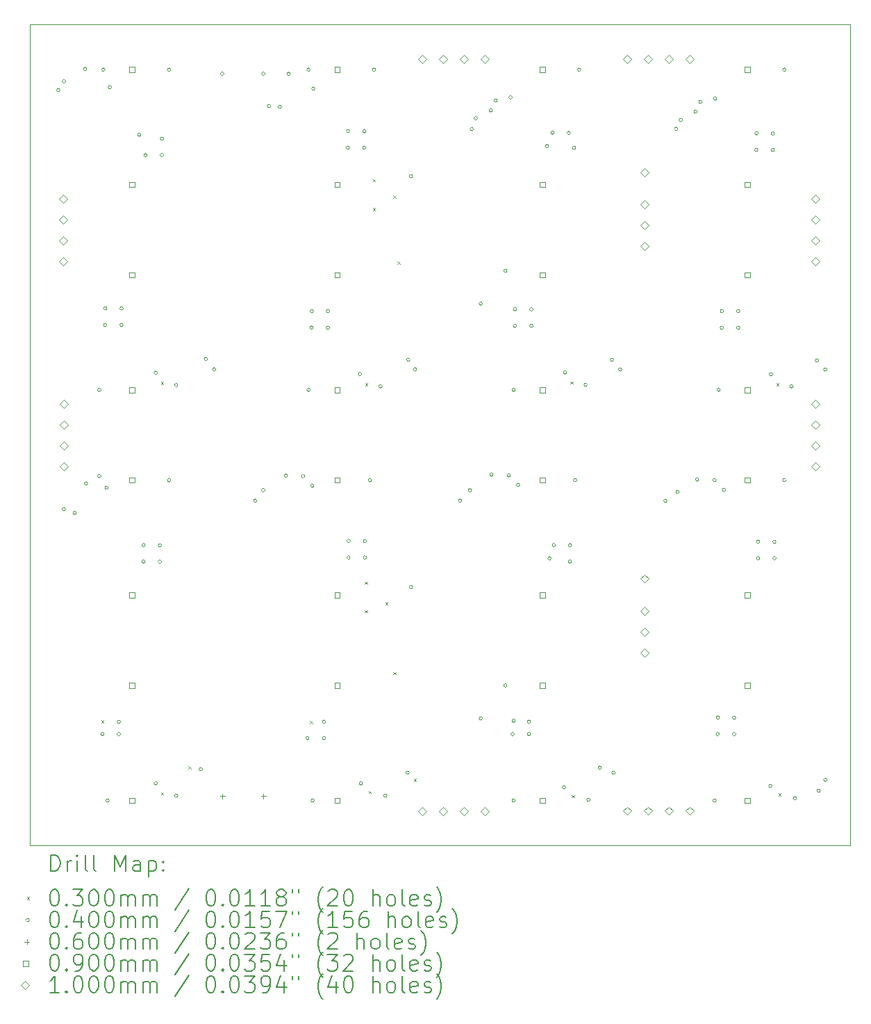
<source format=gbr>
%TF.GenerationSoftware,KiCad,Pcbnew,9.0.6*%
%TF.CreationDate,2025-11-15T09:42:20+01:00*%
%TF.ProjectId,mux_led_reed,6d75785f-6c65-4645-9f72-6565642e6b69,1*%
%TF.SameCoordinates,Original*%
%TF.FileFunction,Drillmap*%
%TF.FilePolarity,Positive*%
%FSLAX45Y45*%
G04 Gerber Fmt 4.5, Leading zero omitted, Abs format (unit mm)*
G04 Created by KiCad (PCBNEW 9.0.6) date 2025-11-15 09:42:20*
%MOMM*%
%LPD*%
G01*
G04 APERTURE LIST*
%ADD10C,0.050000*%
%ADD11C,0.200000*%
%ADD12C,0.100000*%
G04 APERTURE END LIST*
D10*
X8062000Y-4458000D02*
X18062000Y-4458000D01*
X18062000Y-14458000D01*
X8062000Y-14458000D01*
X8062000Y-4458000D01*
D11*
D12*
X8937000Y-12933000D02*
X8967000Y-12963000D01*
X8967000Y-12933000D02*
X8937000Y-12963000D01*
X9663667Y-8809667D02*
X9693667Y-8839667D01*
X9693667Y-8809667D02*
X9663667Y-8839667D01*
X9663667Y-13809667D02*
X9693667Y-13839667D01*
X9693667Y-13809667D02*
X9663667Y-13839667D01*
X9997000Y-13493000D02*
X10027000Y-13523000D01*
X10027000Y-13493000D02*
X9997000Y-13523000D01*
X11479059Y-12940941D02*
X11509059Y-12970941D01*
X11509059Y-12940941D02*
X11479059Y-12970941D01*
X12147000Y-11243000D02*
X12177000Y-11273000D01*
X12177000Y-11243000D02*
X12147000Y-11273000D01*
X12147000Y-11593000D02*
X12177000Y-11623000D01*
X12177000Y-11593000D02*
X12147000Y-11623000D01*
X12153042Y-8824792D02*
X12183042Y-8854792D01*
X12183042Y-8824792D02*
X12153042Y-8854792D01*
X12197000Y-13793000D02*
X12227000Y-13823000D01*
X12227000Y-13793000D02*
X12197000Y-13823000D01*
X12247000Y-6343000D02*
X12277000Y-6373000D01*
X12277000Y-6343000D02*
X12247000Y-6373000D01*
X12247000Y-6693000D02*
X12277000Y-6723000D01*
X12277000Y-6693000D02*
X12247000Y-6723000D01*
X12397000Y-11493000D02*
X12427000Y-11523000D01*
X12427000Y-11493000D02*
X12397000Y-11523000D01*
X12497000Y-6543000D02*
X12527000Y-6573000D01*
X12527000Y-6543000D02*
X12497000Y-6573000D01*
X12497000Y-12343000D02*
X12527000Y-12373000D01*
X12527000Y-12343000D02*
X12497000Y-12373000D01*
X12547000Y-7343000D02*
X12577000Y-7373000D01*
X12577000Y-7343000D02*
X12547000Y-7373000D01*
X12747000Y-13643000D02*
X12777000Y-13673000D01*
X12777000Y-13643000D02*
X12747000Y-13673000D01*
X14653042Y-8805292D02*
X14683042Y-8835292D01*
X14683042Y-8805292D02*
X14653042Y-8835292D01*
X14672063Y-13842148D02*
X14702063Y-13872148D01*
X14702063Y-13842148D02*
X14672063Y-13872148D01*
X17163542Y-8826667D02*
X17193542Y-8856667D01*
X17193542Y-8826667D02*
X17163542Y-8856667D01*
X17188750Y-13824000D02*
X17218750Y-13854000D01*
X17218750Y-13824000D02*
X17188750Y-13854000D01*
X8432000Y-5258000D02*
G75*
G02*
X8392000Y-5258000I-20000J0D01*
G01*
X8392000Y-5258000D02*
G75*
G02*
X8432000Y-5258000I20000J0D01*
G01*
X8500000Y-5150000D02*
G75*
G02*
X8460000Y-5150000I-20000J0D01*
G01*
X8460000Y-5150000D02*
G75*
G02*
X8500000Y-5150000I20000J0D01*
G01*
X8500000Y-10360000D02*
G75*
G02*
X8460000Y-10360000I-20000J0D01*
G01*
X8460000Y-10360000D02*
G75*
G02*
X8500000Y-10360000I20000J0D01*
G01*
X8632000Y-10408000D02*
G75*
G02*
X8592000Y-10408000I-20000J0D01*
G01*
X8592000Y-10408000D02*
G75*
G02*
X8632000Y-10408000I20000J0D01*
G01*
X8760000Y-5000000D02*
G75*
G02*
X8720000Y-5000000I-20000J0D01*
G01*
X8720000Y-5000000D02*
G75*
G02*
X8760000Y-5000000I20000J0D01*
G01*
X8770000Y-10050000D02*
G75*
G02*
X8730000Y-10050000I-20000J0D01*
G01*
X8730000Y-10050000D02*
G75*
G02*
X8770000Y-10050000I20000J0D01*
G01*
X8932000Y-8908000D02*
G75*
G02*
X8892000Y-8908000I-20000J0D01*
G01*
X8892000Y-8908000D02*
G75*
G02*
X8932000Y-8908000I20000J0D01*
G01*
X8932000Y-9958000D02*
G75*
G02*
X8892000Y-9958000I-20000J0D01*
G01*
X8892000Y-9958000D02*
G75*
G02*
X8932000Y-9958000I20000J0D01*
G01*
X8970000Y-13100000D02*
G75*
G02*
X8930000Y-13100000I-20000J0D01*
G01*
X8930000Y-13100000D02*
G75*
G02*
X8970000Y-13100000I20000J0D01*
G01*
X8982000Y-5008000D02*
G75*
G02*
X8942000Y-5008000I-20000J0D01*
G01*
X8942000Y-5008000D02*
G75*
G02*
X8982000Y-5008000I20000J0D01*
G01*
X9003000Y-8117000D02*
G75*
G02*
X8963000Y-8117000I-20000J0D01*
G01*
X8963000Y-8117000D02*
G75*
G02*
X9003000Y-8117000I20000J0D01*
G01*
X9005000Y-7915000D02*
G75*
G02*
X8965000Y-7915000I-20000J0D01*
G01*
X8965000Y-7915000D02*
G75*
G02*
X9005000Y-7915000I20000J0D01*
G01*
X9020000Y-10100000D02*
G75*
G02*
X8980000Y-10100000I-20000J0D01*
G01*
X8980000Y-10100000D02*
G75*
G02*
X9020000Y-10100000I20000J0D01*
G01*
X9032000Y-13908000D02*
G75*
G02*
X8992000Y-13908000I-20000J0D01*
G01*
X8992000Y-13908000D02*
G75*
G02*
X9032000Y-13908000I20000J0D01*
G01*
X9060000Y-5220000D02*
G75*
G02*
X9020000Y-5220000I-20000J0D01*
G01*
X9020000Y-5220000D02*
G75*
G02*
X9060000Y-5220000I20000J0D01*
G01*
X9170000Y-12950000D02*
G75*
G02*
X9130000Y-12950000I-20000J0D01*
G01*
X9130000Y-12950000D02*
G75*
G02*
X9170000Y-12950000I20000J0D01*
G01*
X9170000Y-13100000D02*
G75*
G02*
X9130000Y-13100000I-20000J0D01*
G01*
X9130000Y-13100000D02*
G75*
G02*
X9170000Y-13100000I20000J0D01*
G01*
X9203000Y-7917000D02*
G75*
G02*
X9163000Y-7917000I-20000J0D01*
G01*
X9163000Y-7917000D02*
G75*
G02*
X9203000Y-7917000I20000J0D01*
G01*
X9203000Y-8117000D02*
G75*
G02*
X9163000Y-8117000I-20000J0D01*
G01*
X9163000Y-8117000D02*
G75*
G02*
X9203000Y-8117000I20000J0D01*
G01*
X9420000Y-5800000D02*
G75*
G02*
X9380000Y-5800000I-20000J0D01*
G01*
X9380000Y-5800000D02*
G75*
G02*
X9420000Y-5800000I20000J0D01*
G01*
X9470000Y-11000000D02*
G75*
G02*
X9430000Y-11000000I-20000J0D01*
G01*
X9430000Y-11000000D02*
G75*
G02*
X9470000Y-11000000I20000J0D01*
G01*
X9472000Y-10798000D02*
G75*
G02*
X9432000Y-10798000I-20000J0D01*
G01*
X9432000Y-10798000D02*
G75*
G02*
X9472000Y-10798000I20000J0D01*
G01*
X9495355Y-6048787D02*
G75*
G02*
X9455355Y-6048787I-20000J0D01*
G01*
X9455355Y-6048787D02*
G75*
G02*
X9495355Y-6048787I20000J0D01*
G01*
X9620000Y-8700000D02*
G75*
G02*
X9580000Y-8700000I-20000J0D01*
G01*
X9580000Y-8700000D02*
G75*
G02*
X9620000Y-8700000I20000J0D01*
G01*
X9620000Y-13700000D02*
G75*
G02*
X9580000Y-13700000I-20000J0D01*
G01*
X9580000Y-13700000D02*
G75*
G02*
X9620000Y-13700000I20000J0D01*
G01*
X9670000Y-10800000D02*
G75*
G02*
X9630000Y-10800000I-20000J0D01*
G01*
X9630000Y-10800000D02*
G75*
G02*
X9670000Y-10800000I20000J0D01*
G01*
X9670000Y-11000000D02*
G75*
G02*
X9630000Y-11000000I-20000J0D01*
G01*
X9630000Y-11000000D02*
G75*
G02*
X9670000Y-11000000I20000J0D01*
G01*
X9695355Y-5848787D02*
G75*
G02*
X9655355Y-5848787I-20000J0D01*
G01*
X9655355Y-5848787D02*
G75*
G02*
X9695355Y-5848787I20000J0D01*
G01*
X9695355Y-6048787D02*
G75*
G02*
X9655355Y-6048787I-20000J0D01*
G01*
X9655355Y-6048787D02*
G75*
G02*
X9695355Y-6048787I20000J0D01*
G01*
X9782000Y-5008000D02*
G75*
G02*
X9742000Y-5008000I-20000J0D01*
G01*
X9742000Y-5008000D02*
G75*
G02*
X9782000Y-5008000I20000J0D01*
G01*
X9782000Y-10008000D02*
G75*
G02*
X9742000Y-10008000I-20000J0D01*
G01*
X9742000Y-10008000D02*
G75*
G02*
X9782000Y-10008000I20000J0D01*
G01*
X9870000Y-8850000D02*
G75*
G02*
X9830000Y-8850000I-20000J0D01*
G01*
X9830000Y-8850000D02*
G75*
G02*
X9870000Y-8850000I20000J0D01*
G01*
X9870000Y-13850000D02*
G75*
G02*
X9830000Y-13850000I-20000J0D01*
G01*
X9830000Y-13850000D02*
G75*
G02*
X9870000Y-13850000I20000J0D01*
G01*
X10170000Y-13530000D02*
G75*
G02*
X10130000Y-13530000I-20000J0D01*
G01*
X10130000Y-13530000D02*
G75*
G02*
X10170000Y-13530000I20000J0D01*
G01*
X10230000Y-8530000D02*
G75*
G02*
X10190000Y-8530000I-20000J0D01*
G01*
X10190000Y-8530000D02*
G75*
G02*
X10230000Y-8530000I20000J0D01*
G01*
X10332000Y-8658000D02*
G75*
G02*
X10292000Y-8658000I-20000J0D01*
G01*
X10292000Y-8658000D02*
G75*
G02*
X10332000Y-8658000I20000J0D01*
G01*
X10432000Y-5058000D02*
G75*
G02*
X10392000Y-5058000I-20000J0D01*
G01*
X10392000Y-5058000D02*
G75*
G02*
X10432000Y-5058000I20000J0D01*
G01*
X10832000Y-10258000D02*
G75*
G02*
X10792000Y-10258000I-20000J0D01*
G01*
X10792000Y-10258000D02*
G75*
G02*
X10832000Y-10258000I20000J0D01*
G01*
X10930000Y-10130000D02*
G75*
G02*
X10890000Y-10130000I-20000J0D01*
G01*
X10890000Y-10130000D02*
G75*
G02*
X10930000Y-10130000I20000J0D01*
G01*
X10932000Y-5058000D02*
G75*
G02*
X10892000Y-5058000I-20000J0D01*
G01*
X10892000Y-5058000D02*
G75*
G02*
X10932000Y-5058000I20000J0D01*
G01*
X11000000Y-5450000D02*
G75*
G02*
X10960000Y-5450000I-20000J0D01*
G01*
X10960000Y-5450000D02*
G75*
G02*
X11000000Y-5450000I20000J0D01*
G01*
X11132000Y-5458000D02*
G75*
G02*
X11092000Y-5458000I-20000J0D01*
G01*
X11092000Y-5458000D02*
G75*
G02*
X11132000Y-5458000I20000J0D01*
G01*
X11204250Y-9951880D02*
G75*
G02*
X11164250Y-9951880I-20000J0D01*
G01*
X11164250Y-9951880D02*
G75*
G02*
X11204250Y-9951880I20000J0D01*
G01*
X11240000Y-5060000D02*
G75*
G02*
X11200000Y-5060000I-20000J0D01*
G01*
X11200000Y-5060000D02*
G75*
G02*
X11240000Y-5060000I20000J0D01*
G01*
X11416250Y-9959880D02*
G75*
G02*
X11376250Y-9959880I-20000J0D01*
G01*
X11376250Y-9959880D02*
G75*
G02*
X11416250Y-9959880I20000J0D01*
G01*
X11470000Y-13150000D02*
G75*
G02*
X11430000Y-13150000I-20000J0D01*
G01*
X11430000Y-13150000D02*
G75*
G02*
X11470000Y-13150000I20000J0D01*
G01*
X11482000Y-5008000D02*
G75*
G02*
X11442000Y-5008000I-20000J0D01*
G01*
X11442000Y-5008000D02*
G75*
G02*
X11482000Y-5008000I20000J0D01*
G01*
X11482000Y-8908000D02*
G75*
G02*
X11442000Y-8908000I-20000J0D01*
G01*
X11442000Y-8908000D02*
G75*
G02*
X11482000Y-8908000I20000J0D01*
G01*
X11520000Y-8150000D02*
G75*
G02*
X11480000Y-8150000I-20000J0D01*
G01*
X11480000Y-8150000D02*
G75*
G02*
X11520000Y-8150000I20000J0D01*
G01*
X11522000Y-7948000D02*
G75*
G02*
X11482000Y-7948000I-20000J0D01*
G01*
X11482000Y-7948000D02*
G75*
G02*
X11522000Y-7948000I20000J0D01*
G01*
X11529250Y-10076880D02*
G75*
G02*
X11489250Y-10076880I-20000J0D01*
G01*
X11489250Y-10076880D02*
G75*
G02*
X11529250Y-10076880I20000J0D01*
G01*
X11532000Y-13908000D02*
G75*
G02*
X11492000Y-13908000I-20000J0D01*
G01*
X11492000Y-13908000D02*
G75*
G02*
X11532000Y-13908000I20000J0D01*
G01*
X11540000Y-5240000D02*
G75*
G02*
X11500000Y-5240000I-20000J0D01*
G01*
X11500000Y-5240000D02*
G75*
G02*
X11540000Y-5240000I20000J0D01*
G01*
X11670000Y-12950000D02*
G75*
G02*
X11630000Y-12950000I-20000J0D01*
G01*
X11630000Y-12950000D02*
G75*
G02*
X11670000Y-12950000I20000J0D01*
G01*
X11670000Y-13150000D02*
G75*
G02*
X11630000Y-13150000I-20000J0D01*
G01*
X11630000Y-13150000D02*
G75*
G02*
X11670000Y-13150000I20000J0D01*
G01*
X11720000Y-7950000D02*
G75*
G02*
X11680000Y-7950000I-20000J0D01*
G01*
X11680000Y-7950000D02*
G75*
G02*
X11720000Y-7950000I20000J0D01*
G01*
X11720000Y-8150000D02*
G75*
G02*
X11680000Y-8150000I-20000J0D01*
G01*
X11680000Y-8150000D02*
G75*
G02*
X11720000Y-8150000I20000J0D01*
G01*
X11961429Y-5958429D02*
G75*
G02*
X11921429Y-5958429I-20000J0D01*
G01*
X11921429Y-5958429D02*
G75*
G02*
X11961429Y-5958429I20000J0D01*
G01*
X11963429Y-5756429D02*
G75*
G02*
X11923429Y-5756429I-20000J0D01*
G01*
X11923429Y-5756429D02*
G75*
G02*
X11963429Y-5756429I20000J0D01*
G01*
X11970000Y-10950000D02*
G75*
G02*
X11930000Y-10950000I-20000J0D01*
G01*
X11930000Y-10950000D02*
G75*
G02*
X11970000Y-10950000I20000J0D01*
G01*
X11972000Y-10748000D02*
G75*
G02*
X11932000Y-10748000I-20000J0D01*
G01*
X11932000Y-10748000D02*
G75*
G02*
X11972000Y-10748000I20000J0D01*
G01*
X12109375Y-8715125D02*
G75*
G02*
X12069375Y-8715125I-20000J0D01*
G01*
X12069375Y-8715125D02*
G75*
G02*
X12109375Y-8715125I20000J0D01*
G01*
X12120000Y-13700000D02*
G75*
G02*
X12080000Y-13700000I-20000J0D01*
G01*
X12080000Y-13700000D02*
G75*
G02*
X12120000Y-13700000I20000J0D01*
G01*
X12161429Y-5758429D02*
G75*
G02*
X12121429Y-5758429I-20000J0D01*
G01*
X12121429Y-5758429D02*
G75*
G02*
X12161429Y-5758429I20000J0D01*
G01*
X12161429Y-5958429D02*
G75*
G02*
X12121429Y-5958429I-20000J0D01*
G01*
X12121429Y-5958429D02*
G75*
G02*
X12161429Y-5958429I20000J0D01*
G01*
X12170000Y-10750000D02*
G75*
G02*
X12130000Y-10750000I-20000J0D01*
G01*
X12130000Y-10750000D02*
G75*
G02*
X12170000Y-10750000I20000J0D01*
G01*
X12170000Y-10950000D02*
G75*
G02*
X12130000Y-10950000I-20000J0D01*
G01*
X12130000Y-10950000D02*
G75*
G02*
X12170000Y-10950000I20000J0D01*
G01*
X12232000Y-10008000D02*
G75*
G02*
X12192000Y-10008000I-20000J0D01*
G01*
X12192000Y-10008000D02*
G75*
G02*
X12232000Y-10008000I20000J0D01*
G01*
X12282000Y-5008000D02*
G75*
G02*
X12242000Y-5008000I-20000J0D01*
G01*
X12242000Y-5008000D02*
G75*
G02*
X12282000Y-5008000I20000J0D01*
G01*
X12359375Y-8865125D02*
G75*
G02*
X12319375Y-8865125I-20000J0D01*
G01*
X12319375Y-8865125D02*
G75*
G02*
X12359375Y-8865125I20000J0D01*
G01*
X12420000Y-13850000D02*
G75*
G02*
X12380000Y-13850000I-20000J0D01*
G01*
X12380000Y-13850000D02*
G75*
G02*
X12420000Y-13850000I20000J0D01*
G01*
X12690000Y-13570000D02*
G75*
G02*
X12650000Y-13570000I-20000J0D01*
G01*
X12650000Y-13570000D02*
G75*
G02*
X12690000Y-13570000I20000J0D01*
G01*
X12700000Y-8540000D02*
G75*
G02*
X12660000Y-8540000I-20000J0D01*
G01*
X12660000Y-8540000D02*
G75*
G02*
X12700000Y-8540000I20000J0D01*
G01*
X12732000Y-6308000D02*
G75*
G02*
X12692000Y-6308000I-20000J0D01*
G01*
X12692000Y-6308000D02*
G75*
G02*
X12732000Y-6308000I20000J0D01*
G01*
X12732000Y-11308000D02*
G75*
G02*
X12692000Y-11308000I-20000J0D01*
G01*
X12692000Y-11308000D02*
G75*
G02*
X12732000Y-11308000I20000J0D01*
G01*
X12782000Y-8658000D02*
G75*
G02*
X12742000Y-8658000I-20000J0D01*
G01*
X12742000Y-8658000D02*
G75*
G02*
X12782000Y-8658000I20000J0D01*
G01*
X13332000Y-10258000D02*
G75*
G02*
X13292000Y-10258000I-20000J0D01*
G01*
X13292000Y-10258000D02*
G75*
G02*
X13332000Y-10258000I20000J0D01*
G01*
X13450000Y-10130000D02*
G75*
G02*
X13410000Y-10130000I-20000J0D01*
G01*
X13410000Y-10130000D02*
G75*
G02*
X13450000Y-10130000I20000J0D01*
G01*
X13472000Y-5733000D02*
G75*
G02*
X13432000Y-5733000I-20000J0D01*
G01*
X13432000Y-5733000D02*
G75*
G02*
X13472000Y-5733000I20000J0D01*
G01*
X13520000Y-5600000D02*
G75*
G02*
X13480000Y-5600000I-20000J0D01*
G01*
X13480000Y-5600000D02*
G75*
G02*
X13520000Y-5600000I20000J0D01*
G01*
X13582000Y-7858000D02*
G75*
G02*
X13542000Y-7858000I-20000J0D01*
G01*
X13542000Y-7858000D02*
G75*
G02*
X13582000Y-7858000I20000J0D01*
G01*
X13582000Y-12908000D02*
G75*
G02*
X13542000Y-12908000I-20000J0D01*
G01*
X13542000Y-12908000D02*
G75*
G02*
X13582000Y-12908000I20000J0D01*
G01*
X13704250Y-5504875D02*
G75*
G02*
X13664250Y-5504875I-20000J0D01*
G01*
X13664250Y-5504875D02*
G75*
G02*
X13704250Y-5504875I20000J0D01*
G01*
X13712125Y-9942125D02*
G75*
G02*
X13672125Y-9942125I-20000J0D01*
G01*
X13672125Y-9942125D02*
G75*
G02*
X13712125Y-9942125I20000J0D01*
G01*
X13764250Y-5384875D02*
G75*
G02*
X13724250Y-5384875I-20000J0D01*
G01*
X13724250Y-5384875D02*
G75*
G02*
X13764250Y-5384875I20000J0D01*
G01*
X13882000Y-7458000D02*
G75*
G02*
X13842000Y-7458000I-20000J0D01*
G01*
X13842000Y-7458000D02*
G75*
G02*
X13882000Y-7458000I20000J0D01*
G01*
X13882000Y-12508000D02*
G75*
G02*
X13842000Y-12508000I-20000J0D01*
G01*
X13842000Y-12508000D02*
G75*
G02*
X13882000Y-12508000I20000J0D01*
G01*
X13924125Y-9950125D02*
G75*
G02*
X13884125Y-9950125I-20000J0D01*
G01*
X13884125Y-9950125D02*
G75*
G02*
X13924125Y-9950125I20000J0D01*
G01*
X13944250Y-5344875D02*
G75*
G02*
X13904250Y-5344875I-20000J0D01*
G01*
X13904250Y-5344875D02*
G75*
G02*
X13944250Y-5344875I20000J0D01*
G01*
X13970000Y-13100000D02*
G75*
G02*
X13930000Y-13100000I-20000J0D01*
G01*
X13930000Y-13100000D02*
G75*
G02*
X13970000Y-13100000I20000J0D01*
G01*
X13982000Y-8908000D02*
G75*
G02*
X13942000Y-8908000I-20000J0D01*
G01*
X13942000Y-8908000D02*
G75*
G02*
X13982000Y-8908000I20000J0D01*
G01*
X13982000Y-12938000D02*
G75*
G02*
X13942000Y-12938000I-20000J0D01*
G01*
X13942000Y-12938000D02*
G75*
G02*
X13982000Y-12938000I20000J0D01*
G01*
X13982000Y-13908000D02*
G75*
G02*
X13942000Y-13908000I-20000J0D01*
G01*
X13942000Y-13908000D02*
G75*
G02*
X13982000Y-13908000I20000J0D01*
G01*
X13998500Y-8128500D02*
G75*
G02*
X13958500Y-8128500I-20000J0D01*
G01*
X13958500Y-8128500D02*
G75*
G02*
X13998500Y-8128500I20000J0D01*
G01*
X14000500Y-7926500D02*
G75*
G02*
X13960500Y-7926500I-20000J0D01*
G01*
X13960500Y-7926500D02*
G75*
G02*
X14000500Y-7926500I20000J0D01*
G01*
X14037125Y-10067125D02*
G75*
G02*
X13997125Y-10067125I-20000J0D01*
G01*
X13997125Y-10067125D02*
G75*
G02*
X14037125Y-10067125I20000J0D01*
G01*
X14170000Y-12950000D02*
G75*
G02*
X14130000Y-12950000I-20000J0D01*
G01*
X14130000Y-12950000D02*
G75*
G02*
X14170000Y-12950000I20000J0D01*
G01*
X14170000Y-13100000D02*
G75*
G02*
X14130000Y-13100000I-20000J0D01*
G01*
X14130000Y-13100000D02*
G75*
G02*
X14170000Y-13100000I20000J0D01*
G01*
X14198500Y-7928500D02*
G75*
G02*
X14158500Y-7928500I-20000J0D01*
G01*
X14158500Y-7928500D02*
G75*
G02*
X14198500Y-7928500I20000J0D01*
G01*
X14198500Y-8128500D02*
G75*
G02*
X14158500Y-8128500I-20000J0D01*
G01*
X14158500Y-8128500D02*
G75*
G02*
X14198500Y-8128500I20000J0D01*
G01*
X14390000Y-5940000D02*
G75*
G02*
X14350000Y-5940000I-20000J0D01*
G01*
X14350000Y-5940000D02*
G75*
G02*
X14390000Y-5940000I20000J0D01*
G01*
X14420000Y-10960000D02*
G75*
G02*
X14380000Y-10960000I-20000J0D01*
G01*
X14380000Y-10960000D02*
G75*
G02*
X14420000Y-10960000I20000J0D01*
G01*
X14456500Y-5776500D02*
G75*
G02*
X14416500Y-5776500I-20000J0D01*
G01*
X14416500Y-5776500D02*
G75*
G02*
X14456500Y-5776500I20000J0D01*
G01*
X14472000Y-10798000D02*
G75*
G02*
X14432000Y-10798000I-20000J0D01*
G01*
X14432000Y-10798000D02*
G75*
G02*
X14472000Y-10798000I20000J0D01*
G01*
X14595063Y-13749148D02*
G75*
G02*
X14555063Y-13749148I-20000J0D01*
G01*
X14555063Y-13749148D02*
G75*
G02*
X14595063Y-13749148I20000J0D01*
G01*
X14609375Y-8695625D02*
G75*
G02*
X14569375Y-8695625I-20000J0D01*
G01*
X14569375Y-8695625D02*
G75*
G02*
X14609375Y-8695625I20000J0D01*
G01*
X14654500Y-5778500D02*
G75*
G02*
X14614500Y-5778500I-20000J0D01*
G01*
X14614500Y-5778500D02*
G75*
G02*
X14654500Y-5778500I20000J0D01*
G01*
X14670000Y-10800000D02*
G75*
G02*
X14630000Y-10800000I-20000J0D01*
G01*
X14630000Y-10800000D02*
G75*
G02*
X14670000Y-10800000I20000J0D01*
G01*
X14670000Y-11000000D02*
G75*
G02*
X14630000Y-11000000I-20000J0D01*
G01*
X14630000Y-11000000D02*
G75*
G02*
X14670000Y-11000000I20000J0D01*
G01*
X14720000Y-5960000D02*
G75*
G02*
X14680000Y-5960000I-20000J0D01*
G01*
X14680000Y-5960000D02*
G75*
G02*
X14720000Y-5960000I20000J0D01*
G01*
X14732000Y-10008000D02*
G75*
G02*
X14692000Y-10008000I-20000J0D01*
G01*
X14692000Y-10008000D02*
G75*
G02*
X14732000Y-10008000I20000J0D01*
G01*
X14782000Y-5008000D02*
G75*
G02*
X14742000Y-5008000I-20000J0D01*
G01*
X14742000Y-5008000D02*
G75*
G02*
X14782000Y-5008000I20000J0D01*
G01*
X14859375Y-8845625D02*
G75*
G02*
X14819375Y-8845625I-20000J0D01*
G01*
X14819375Y-8845625D02*
G75*
G02*
X14859375Y-8845625I20000J0D01*
G01*
X14895063Y-13899148D02*
G75*
G02*
X14855063Y-13899148I-20000J0D01*
G01*
X14855063Y-13899148D02*
G75*
G02*
X14895063Y-13899148I20000J0D01*
G01*
X15032000Y-13508000D02*
G75*
G02*
X14992000Y-13508000I-20000J0D01*
G01*
X14992000Y-13508000D02*
G75*
G02*
X15032000Y-13508000I20000J0D01*
G01*
X15180000Y-8540000D02*
G75*
G02*
X15140000Y-8540000I-20000J0D01*
G01*
X15140000Y-8540000D02*
G75*
G02*
X15180000Y-8540000I20000J0D01*
G01*
X15200000Y-13570000D02*
G75*
G02*
X15160000Y-13570000I-20000J0D01*
G01*
X15160000Y-13570000D02*
G75*
G02*
X15200000Y-13570000I20000J0D01*
G01*
X15282000Y-8658000D02*
G75*
G02*
X15242000Y-8658000I-20000J0D01*
G01*
X15242000Y-8658000D02*
G75*
G02*
X15282000Y-8658000I20000J0D01*
G01*
X15832000Y-10258000D02*
G75*
G02*
X15792000Y-10258000I-20000J0D01*
G01*
X15792000Y-10258000D02*
G75*
G02*
X15832000Y-10258000I20000J0D01*
G01*
X15962000Y-5728000D02*
G75*
G02*
X15922000Y-5728000I-20000J0D01*
G01*
X15922000Y-5728000D02*
G75*
G02*
X15962000Y-5728000I20000J0D01*
G01*
X15980000Y-10150000D02*
G75*
G02*
X15940000Y-10150000I-20000J0D01*
G01*
X15940000Y-10150000D02*
G75*
G02*
X15980000Y-10150000I20000J0D01*
G01*
X16020000Y-5620000D02*
G75*
G02*
X15980000Y-5620000I-20000J0D01*
G01*
X15980000Y-5620000D02*
G75*
G02*
X16020000Y-5620000I20000J0D01*
G01*
X16200000Y-5520000D02*
G75*
G02*
X16160000Y-5520000I-20000J0D01*
G01*
X16160000Y-5520000D02*
G75*
G02*
X16200000Y-5520000I20000J0D01*
G01*
X16220000Y-10000000D02*
G75*
G02*
X16180000Y-10000000I-20000J0D01*
G01*
X16180000Y-10000000D02*
G75*
G02*
X16220000Y-10000000I20000J0D01*
G01*
X16260000Y-5400000D02*
G75*
G02*
X16220000Y-5400000I-20000J0D01*
G01*
X16220000Y-5400000D02*
G75*
G02*
X16260000Y-5400000I20000J0D01*
G01*
X16432000Y-10008000D02*
G75*
G02*
X16392000Y-10008000I-20000J0D01*
G01*
X16392000Y-10008000D02*
G75*
G02*
X16432000Y-10008000I20000J0D01*
G01*
X16432000Y-13908000D02*
G75*
G02*
X16392000Y-13908000I-20000J0D01*
G01*
X16392000Y-13908000D02*
G75*
G02*
X16432000Y-13908000I20000J0D01*
G01*
X16440000Y-5360000D02*
G75*
G02*
X16400000Y-5360000I-20000J0D01*
G01*
X16400000Y-5360000D02*
G75*
G02*
X16440000Y-5360000I20000J0D01*
G01*
X16470000Y-13100000D02*
G75*
G02*
X16430000Y-13100000I-20000J0D01*
G01*
X16430000Y-13100000D02*
G75*
G02*
X16470000Y-13100000I20000J0D01*
G01*
X16472000Y-12898000D02*
G75*
G02*
X16432000Y-12898000I-20000J0D01*
G01*
X16432000Y-12898000D02*
G75*
G02*
X16472000Y-12898000I20000J0D01*
G01*
X16482000Y-8908000D02*
G75*
G02*
X16442000Y-8908000I-20000J0D01*
G01*
X16442000Y-8908000D02*
G75*
G02*
X16482000Y-8908000I20000J0D01*
G01*
X16520000Y-8150000D02*
G75*
G02*
X16480000Y-8150000I-20000J0D01*
G01*
X16480000Y-8150000D02*
G75*
G02*
X16520000Y-8150000I20000J0D01*
G01*
X16522000Y-7948000D02*
G75*
G02*
X16482000Y-7948000I-20000J0D01*
G01*
X16482000Y-7948000D02*
G75*
G02*
X16522000Y-7948000I20000J0D01*
G01*
X16545000Y-10125000D02*
G75*
G02*
X16505000Y-10125000I-20000J0D01*
G01*
X16505000Y-10125000D02*
G75*
G02*
X16545000Y-10125000I20000J0D01*
G01*
X16670000Y-12900000D02*
G75*
G02*
X16630000Y-12900000I-20000J0D01*
G01*
X16630000Y-12900000D02*
G75*
G02*
X16670000Y-12900000I20000J0D01*
G01*
X16670000Y-13100000D02*
G75*
G02*
X16630000Y-13100000I-20000J0D01*
G01*
X16630000Y-13100000D02*
G75*
G02*
X16670000Y-13100000I20000J0D01*
G01*
X16720000Y-7950000D02*
G75*
G02*
X16680000Y-7950000I-20000J0D01*
G01*
X16680000Y-7950000D02*
G75*
G02*
X16720000Y-7950000I20000J0D01*
G01*
X16720000Y-8150000D02*
G75*
G02*
X16680000Y-8150000I-20000J0D01*
G01*
X16680000Y-8150000D02*
G75*
G02*
X16720000Y-8150000I20000J0D01*
G01*
X16941500Y-5985500D02*
G75*
G02*
X16901500Y-5985500I-20000J0D01*
G01*
X16901500Y-5985500D02*
G75*
G02*
X16941500Y-5985500I20000J0D01*
G01*
X16943500Y-5783500D02*
G75*
G02*
X16903500Y-5783500I-20000J0D01*
G01*
X16903500Y-5783500D02*
G75*
G02*
X16943500Y-5783500I20000J0D01*
G01*
X16961500Y-10958500D02*
G75*
G02*
X16921500Y-10958500I-20000J0D01*
G01*
X16921500Y-10958500D02*
G75*
G02*
X16961500Y-10958500I20000J0D01*
G01*
X16963500Y-10756500D02*
G75*
G02*
X16923500Y-10756500I-20000J0D01*
G01*
X16923500Y-10756500D02*
G75*
G02*
X16963500Y-10756500I20000J0D01*
G01*
X17111750Y-13731000D02*
G75*
G02*
X17071750Y-13731000I-20000J0D01*
G01*
X17071750Y-13731000D02*
G75*
G02*
X17111750Y-13731000I20000J0D01*
G01*
X17119875Y-8717000D02*
G75*
G02*
X17079875Y-8717000I-20000J0D01*
G01*
X17079875Y-8717000D02*
G75*
G02*
X17119875Y-8717000I20000J0D01*
G01*
X17141500Y-5785500D02*
G75*
G02*
X17101500Y-5785500I-20000J0D01*
G01*
X17101500Y-5785500D02*
G75*
G02*
X17141500Y-5785500I20000J0D01*
G01*
X17141500Y-5985500D02*
G75*
G02*
X17101500Y-5985500I-20000J0D01*
G01*
X17101500Y-5985500D02*
G75*
G02*
X17141500Y-5985500I20000J0D01*
G01*
X17161500Y-10758500D02*
G75*
G02*
X17121500Y-10758500I-20000J0D01*
G01*
X17121500Y-10758500D02*
G75*
G02*
X17161500Y-10758500I20000J0D01*
G01*
X17161500Y-10958500D02*
G75*
G02*
X17121500Y-10958500I-20000J0D01*
G01*
X17121500Y-10958500D02*
G75*
G02*
X17161500Y-10958500I20000J0D01*
G01*
X17282000Y-5008000D02*
G75*
G02*
X17242000Y-5008000I-20000J0D01*
G01*
X17242000Y-5008000D02*
G75*
G02*
X17282000Y-5008000I20000J0D01*
G01*
X17282000Y-10008000D02*
G75*
G02*
X17242000Y-10008000I-20000J0D01*
G01*
X17242000Y-10008000D02*
G75*
G02*
X17282000Y-10008000I20000J0D01*
G01*
X17369875Y-8867000D02*
G75*
G02*
X17329875Y-8867000I-20000J0D01*
G01*
X17329875Y-8867000D02*
G75*
G02*
X17369875Y-8867000I20000J0D01*
G01*
X17411750Y-13881000D02*
G75*
G02*
X17371750Y-13881000I-20000J0D01*
G01*
X17371750Y-13881000D02*
G75*
G02*
X17411750Y-13881000I20000J0D01*
G01*
X17680000Y-8550000D02*
G75*
G02*
X17640000Y-8550000I-20000J0D01*
G01*
X17640000Y-8550000D02*
G75*
G02*
X17680000Y-8550000I20000J0D01*
G01*
X17700000Y-13790000D02*
G75*
G02*
X17660000Y-13790000I-20000J0D01*
G01*
X17660000Y-13790000D02*
G75*
G02*
X17700000Y-13790000I20000J0D01*
G01*
X17782000Y-8658000D02*
G75*
G02*
X17742000Y-8658000I-20000J0D01*
G01*
X17742000Y-8658000D02*
G75*
G02*
X17782000Y-8658000I20000J0D01*
G01*
X17782000Y-13658000D02*
G75*
G02*
X17742000Y-13658000I-20000J0D01*
G01*
X17742000Y-13658000D02*
G75*
G02*
X17782000Y-13658000I20000J0D01*
G01*
X10412000Y-13828000D02*
X10412000Y-13888000D01*
X10382000Y-13858000D02*
X10442000Y-13858000D01*
X10912000Y-13828000D02*
X10912000Y-13888000D01*
X10882000Y-13858000D02*
X10942000Y-13858000D01*
X9343820Y-5039820D02*
X9343820Y-4976180D01*
X9280180Y-4976180D01*
X9280180Y-5039820D01*
X9343820Y-5039820D01*
X9343820Y-6439820D02*
X9343820Y-6376180D01*
X9280180Y-6376180D01*
X9280180Y-6439820D01*
X9343820Y-6439820D01*
X9343820Y-7539820D02*
X9343820Y-7476180D01*
X9280180Y-7476180D01*
X9280180Y-7539820D01*
X9343820Y-7539820D01*
X9343820Y-8939820D02*
X9343820Y-8876180D01*
X9280180Y-8876180D01*
X9280180Y-8939820D01*
X9343820Y-8939820D01*
X9343820Y-10039820D02*
X9343820Y-9976180D01*
X9280180Y-9976180D01*
X9280180Y-10039820D01*
X9343820Y-10039820D01*
X9343820Y-11439820D02*
X9343820Y-11376180D01*
X9280180Y-11376180D01*
X9280180Y-11439820D01*
X9343820Y-11439820D01*
X9343820Y-12539820D02*
X9343820Y-12476180D01*
X9280180Y-12476180D01*
X9280180Y-12539820D01*
X9343820Y-12539820D01*
X9343820Y-13939820D02*
X9343820Y-13876180D01*
X9280180Y-13876180D01*
X9280180Y-13939820D01*
X9343820Y-13939820D01*
X11843820Y-5039820D02*
X11843820Y-4976180D01*
X11780180Y-4976180D01*
X11780180Y-5039820D01*
X11843820Y-5039820D01*
X11843820Y-6439820D02*
X11843820Y-6376180D01*
X11780180Y-6376180D01*
X11780180Y-6439820D01*
X11843820Y-6439820D01*
X11843820Y-7539820D02*
X11843820Y-7476180D01*
X11780180Y-7476180D01*
X11780180Y-7539820D01*
X11843820Y-7539820D01*
X11843820Y-8939820D02*
X11843820Y-8876180D01*
X11780180Y-8876180D01*
X11780180Y-8939820D01*
X11843820Y-8939820D01*
X11843820Y-10039820D02*
X11843820Y-9976180D01*
X11780180Y-9976180D01*
X11780180Y-10039820D01*
X11843820Y-10039820D01*
X11843820Y-11439820D02*
X11843820Y-11376180D01*
X11780180Y-11376180D01*
X11780180Y-11439820D01*
X11843820Y-11439820D01*
X11843820Y-12539820D02*
X11843820Y-12476180D01*
X11780180Y-12476180D01*
X11780180Y-12539820D01*
X11843820Y-12539820D01*
X11843820Y-13939820D02*
X11843820Y-13876180D01*
X11780180Y-13876180D01*
X11780180Y-13939820D01*
X11843820Y-13939820D01*
X14343820Y-5039820D02*
X14343820Y-4976180D01*
X14280180Y-4976180D01*
X14280180Y-5039820D01*
X14343820Y-5039820D01*
X14343820Y-6439820D02*
X14343820Y-6376180D01*
X14280180Y-6376180D01*
X14280180Y-6439820D01*
X14343820Y-6439820D01*
X14343820Y-7539820D02*
X14343820Y-7476180D01*
X14280180Y-7476180D01*
X14280180Y-7539820D01*
X14343820Y-7539820D01*
X14343820Y-8939820D02*
X14343820Y-8876180D01*
X14280180Y-8876180D01*
X14280180Y-8939820D01*
X14343820Y-8939820D01*
X14343820Y-10039820D02*
X14343820Y-9976180D01*
X14280180Y-9976180D01*
X14280180Y-10039820D01*
X14343820Y-10039820D01*
X14343820Y-11439820D02*
X14343820Y-11376180D01*
X14280180Y-11376180D01*
X14280180Y-11439820D01*
X14343820Y-11439820D01*
X14343820Y-12539820D02*
X14343820Y-12476180D01*
X14280180Y-12476180D01*
X14280180Y-12539820D01*
X14343820Y-12539820D01*
X14343820Y-13939820D02*
X14343820Y-13876180D01*
X14280180Y-13876180D01*
X14280180Y-13939820D01*
X14343820Y-13939820D01*
X16843820Y-5039820D02*
X16843820Y-4976180D01*
X16780180Y-4976180D01*
X16780180Y-5039820D01*
X16843820Y-5039820D01*
X16843820Y-6439820D02*
X16843820Y-6376180D01*
X16780180Y-6376180D01*
X16780180Y-6439820D01*
X16843820Y-6439820D01*
X16843820Y-7539820D02*
X16843820Y-7476180D01*
X16780180Y-7476180D01*
X16780180Y-7539820D01*
X16843820Y-7539820D01*
X16843820Y-8939820D02*
X16843820Y-8876180D01*
X16780180Y-8876180D01*
X16780180Y-8939820D01*
X16843820Y-8939820D01*
X16843820Y-10039820D02*
X16843820Y-9976180D01*
X16780180Y-9976180D01*
X16780180Y-10039820D01*
X16843820Y-10039820D01*
X16843820Y-11439820D02*
X16843820Y-11376180D01*
X16780180Y-11376180D01*
X16780180Y-11439820D01*
X16843820Y-11439820D01*
X16843820Y-12539820D02*
X16843820Y-12476180D01*
X16780180Y-12476180D01*
X16780180Y-12539820D01*
X16843820Y-12539820D01*
X16843820Y-13939820D02*
X16843820Y-13876180D01*
X16780180Y-13876180D01*
X16780180Y-13939820D01*
X16843820Y-13939820D01*
X8475500Y-6628000D02*
X8525500Y-6578000D01*
X8475500Y-6528000D01*
X8425500Y-6578000D01*
X8475500Y-6628000D01*
X8475500Y-6882000D02*
X8525500Y-6832000D01*
X8475500Y-6782000D01*
X8425500Y-6832000D01*
X8475500Y-6882000D01*
X8475500Y-7136000D02*
X8525500Y-7086000D01*
X8475500Y-7036000D01*
X8425500Y-7086000D01*
X8475500Y-7136000D01*
X8475500Y-7390000D02*
X8525500Y-7340000D01*
X8475500Y-7290000D01*
X8425500Y-7340000D01*
X8475500Y-7390000D01*
X8482000Y-9128000D02*
X8532000Y-9078000D01*
X8482000Y-9028000D01*
X8432000Y-9078000D01*
X8482000Y-9128000D01*
X8482000Y-9382000D02*
X8532000Y-9332000D01*
X8482000Y-9282000D01*
X8432000Y-9332000D01*
X8482000Y-9382000D01*
X8482000Y-9636000D02*
X8532000Y-9586000D01*
X8482000Y-9536000D01*
X8432000Y-9586000D01*
X8482000Y-9636000D01*
X8482000Y-9890000D02*
X8532000Y-9840000D01*
X8482000Y-9790000D01*
X8432000Y-9840000D01*
X8482000Y-9890000D01*
X12852000Y-4932000D02*
X12902000Y-4882000D01*
X12852000Y-4832000D01*
X12802000Y-4882000D01*
X12852000Y-4932000D01*
X12852000Y-14087000D02*
X12902000Y-14037000D01*
X12852000Y-13987000D01*
X12802000Y-14037000D01*
X12852000Y-14087000D01*
X13106000Y-4932000D02*
X13156000Y-4882000D01*
X13106000Y-4832000D01*
X13056000Y-4882000D01*
X13106000Y-4932000D01*
X13106000Y-14087000D02*
X13156000Y-14037000D01*
X13106000Y-13987000D01*
X13056000Y-14037000D01*
X13106000Y-14087000D01*
X13360000Y-4932000D02*
X13410000Y-4882000D01*
X13360000Y-4832000D01*
X13310000Y-4882000D01*
X13360000Y-4932000D01*
X13360000Y-14087000D02*
X13410000Y-14037000D01*
X13360000Y-13987000D01*
X13310000Y-14037000D01*
X13360000Y-14087000D01*
X13614000Y-4932000D02*
X13664000Y-4882000D01*
X13614000Y-4832000D01*
X13564000Y-4882000D01*
X13614000Y-4932000D01*
X13614000Y-14087000D02*
X13664000Y-14037000D01*
X13614000Y-13987000D01*
X13564000Y-14037000D01*
X13614000Y-14087000D01*
X15348000Y-4932000D02*
X15398000Y-4882000D01*
X15348000Y-4832000D01*
X15298000Y-4882000D01*
X15348000Y-4932000D01*
X15348000Y-14086000D02*
X15398000Y-14036000D01*
X15348000Y-13986000D01*
X15298000Y-14036000D01*
X15348000Y-14086000D01*
X15562000Y-6308000D02*
X15612000Y-6258000D01*
X15562000Y-6208000D01*
X15512000Y-6258000D01*
X15562000Y-6308000D01*
X15562000Y-6700000D02*
X15612000Y-6650000D01*
X15562000Y-6600000D01*
X15512000Y-6650000D01*
X15562000Y-6700000D01*
X15562000Y-6954000D02*
X15612000Y-6904000D01*
X15562000Y-6854000D01*
X15512000Y-6904000D01*
X15562000Y-6954000D01*
X15562000Y-7208000D02*
X15612000Y-7158000D01*
X15562000Y-7108000D01*
X15512000Y-7158000D01*
X15562000Y-7208000D01*
X15562000Y-11258000D02*
X15612000Y-11208000D01*
X15562000Y-11158000D01*
X15512000Y-11208000D01*
X15562000Y-11258000D01*
X15562000Y-11650000D02*
X15612000Y-11600000D01*
X15562000Y-11550000D01*
X15512000Y-11600000D01*
X15562000Y-11650000D01*
X15562000Y-11904000D02*
X15612000Y-11854000D01*
X15562000Y-11804000D01*
X15512000Y-11854000D01*
X15562000Y-11904000D01*
X15562000Y-12158000D02*
X15612000Y-12108000D01*
X15562000Y-12058000D01*
X15512000Y-12108000D01*
X15562000Y-12158000D01*
X15602000Y-4932000D02*
X15652000Y-4882000D01*
X15602000Y-4832000D01*
X15552000Y-4882000D01*
X15602000Y-4932000D01*
X15602000Y-14086000D02*
X15652000Y-14036000D01*
X15602000Y-13986000D01*
X15552000Y-14036000D01*
X15602000Y-14086000D01*
X15856000Y-4932000D02*
X15906000Y-4882000D01*
X15856000Y-4832000D01*
X15806000Y-4882000D01*
X15856000Y-4932000D01*
X15856000Y-14086000D02*
X15906000Y-14036000D01*
X15856000Y-13986000D01*
X15806000Y-14036000D01*
X15856000Y-14086000D01*
X16110000Y-4932000D02*
X16160000Y-4882000D01*
X16110000Y-4832000D01*
X16060000Y-4882000D01*
X16110000Y-4932000D01*
X16110000Y-14086000D02*
X16160000Y-14036000D01*
X16110000Y-13986000D01*
X16060000Y-14036000D01*
X16110000Y-14086000D01*
X17642000Y-6628000D02*
X17692000Y-6578000D01*
X17642000Y-6528000D01*
X17592000Y-6578000D01*
X17642000Y-6628000D01*
X17642000Y-6882000D02*
X17692000Y-6832000D01*
X17642000Y-6782000D01*
X17592000Y-6832000D01*
X17642000Y-6882000D01*
X17642000Y-7136000D02*
X17692000Y-7086000D01*
X17642000Y-7036000D01*
X17592000Y-7086000D01*
X17642000Y-7136000D01*
X17642000Y-7390000D02*
X17692000Y-7340000D01*
X17642000Y-7290000D01*
X17592000Y-7340000D01*
X17642000Y-7390000D01*
X17642000Y-9128000D02*
X17692000Y-9078000D01*
X17642000Y-9028000D01*
X17592000Y-9078000D01*
X17642000Y-9128000D01*
X17642000Y-9382000D02*
X17692000Y-9332000D01*
X17642000Y-9282000D01*
X17592000Y-9332000D01*
X17642000Y-9382000D01*
X17642000Y-9636000D02*
X17692000Y-9586000D01*
X17642000Y-9536000D01*
X17592000Y-9586000D01*
X17642000Y-9636000D01*
X17642000Y-9890000D02*
X17692000Y-9840000D01*
X17642000Y-9790000D01*
X17592000Y-9840000D01*
X17642000Y-9890000D01*
D11*
X8320277Y-14771984D02*
X8320277Y-14571984D01*
X8320277Y-14571984D02*
X8367896Y-14571984D01*
X8367896Y-14571984D02*
X8396467Y-14581508D01*
X8396467Y-14581508D02*
X8415515Y-14600555D01*
X8415515Y-14600555D02*
X8425039Y-14619603D01*
X8425039Y-14619603D02*
X8434563Y-14657698D01*
X8434563Y-14657698D02*
X8434563Y-14686269D01*
X8434563Y-14686269D02*
X8425039Y-14724365D01*
X8425039Y-14724365D02*
X8415515Y-14743412D01*
X8415515Y-14743412D02*
X8396467Y-14762460D01*
X8396467Y-14762460D02*
X8367896Y-14771984D01*
X8367896Y-14771984D02*
X8320277Y-14771984D01*
X8520277Y-14771984D02*
X8520277Y-14638650D01*
X8520277Y-14676746D02*
X8529801Y-14657698D01*
X8529801Y-14657698D02*
X8539324Y-14648174D01*
X8539324Y-14648174D02*
X8558372Y-14638650D01*
X8558372Y-14638650D02*
X8577420Y-14638650D01*
X8644086Y-14771984D02*
X8644086Y-14638650D01*
X8644086Y-14571984D02*
X8634563Y-14581508D01*
X8634563Y-14581508D02*
X8644086Y-14591031D01*
X8644086Y-14591031D02*
X8653610Y-14581508D01*
X8653610Y-14581508D02*
X8644086Y-14571984D01*
X8644086Y-14571984D02*
X8644086Y-14591031D01*
X8767896Y-14771984D02*
X8748848Y-14762460D01*
X8748848Y-14762460D02*
X8739324Y-14743412D01*
X8739324Y-14743412D02*
X8739324Y-14571984D01*
X8872658Y-14771984D02*
X8853610Y-14762460D01*
X8853610Y-14762460D02*
X8844086Y-14743412D01*
X8844086Y-14743412D02*
X8844086Y-14571984D01*
X9101229Y-14771984D02*
X9101229Y-14571984D01*
X9101229Y-14571984D02*
X9167896Y-14714841D01*
X9167896Y-14714841D02*
X9234563Y-14571984D01*
X9234563Y-14571984D02*
X9234563Y-14771984D01*
X9415515Y-14771984D02*
X9415515Y-14667222D01*
X9415515Y-14667222D02*
X9405991Y-14648174D01*
X9405991Y-14648174D02*
X9386944Y-14638650D01*
X9386944Y-14638650D02*
X9348848Y-14638650D01*
X9348848Y-14638650D02*
X9329801Y-14648174D01*
X9415515Y-14762460D02*
X9396467Y-14771984D01*
X9396467Y-14771984D02*
X9348848Y-14771984D01*
X9348848Y-14771984D02*
X9329801Y-14762460D01*
X9329801Y-14762460D02*
X9320277Y-14743412D01*
X9320277Y-14743412D02*
X9320277Y-14724365D01*
X9320277Y-14724365D02*
X9329801Y-14705317D01*
X9329801Y-14705317D02*
X9348848Y-14695793D01*
X9348848Y-14695793D02*
X9396467Y-14695793D01*
X9396467Y-14695793D02*
X9415515Y-14686269D01*
X9510753Y-14638650D02*
X9510753Y-14838650D01*
X9510753Y-14648174D02*
X9529801Y-14638650D01*
X9529801Y-14638650D02*
X9567896Y-14638650D01*
X9567896Y-14638650D02*
X9586944Y-14648174D01*
X9586944Y-14648174D02*
X9596467Y-14657698D01*
X9596467Y-14657698D02*
X9605991Y-14676746D01*
X9605991Y-14676746D02*
X9605991Y-14733888D01*
X9605991Y-14733888D02*
X9596467Y-14752936D01*
X9596467Y-14752936D02*
X9586944Y-14762460D01*
X9586944Y-14762460D02*
X9567896Y-14771984D01*
X9567896Y-14771984D02*
X9529801Y-14771984D01*
X9529801Y-14771984D02*
X9510753Y-14762460D01*
X9691705Y-14752936D02*
X9701229Y-14762460D01*
X9701229Y-14762460D02*
X9691705Y-14771984D01*
X9691705Y-14771984D02*
X9682182Y-14762460D01*
X9682182Y-14762460D02*
X9691705Y-14752936D01*
X9691705Y-14752936D02*
X9691705Y-14771984D01*
X9691705Y-14648174D02*
X9701229Y-14657698D01*
X9701229Y-14657698D02*
X9691705Y-14667222D01*
X9691705Y-14667222D02*
X9682182Y-14657698D01*
X9682182Y-14657698D02*
X9691705Y-14648174D01*
X9691705Y-14648174D02*
X9691705Y-14667222D01*
D12*
X8029500Y-15085500D02*
X8059500Y-15115500D01*
X8059500Y-15085500D02*
X8029500Y-15115500D01*
D11*
X8358372Y-14991984D02*
X8377420Y-14991984D01*
X8377420Y-14991984D02*
X8396467Y-15001508D01*
X8396467Y-15001508D02*
X8405991Y-15011031D01*
X8405991Y-15011031D02*
X8415515Y-15030079D01*
X8415515Y-15030079D02*
X8425039Y-15068174D01*
X8425039Y-15068174D02*
X8425039Y-15115793D01*
X8425039Y-15115793D02*
X8415515Y-15153888D01*
X8415515Y-15153888D02*
X8405991Y-15172936D01*
X8405991Y-15172936D02*
X8396467Y-15182460D01*
X8396467Y-15182460D02*
X8377420Y-15191984D01*
X8377420Y-15191984D02*
X8358372Y-15191984D01*
X8358372Y-15191984D02*
X8339324Y-15182460D01*
X8339324Y-15182460D02*
X8329801Y-15172936D01*
X8329801Y-15172936D02*
X8320277Y-15153888D01*
X8320277Y-15153888D02*
X8310753Y-15115793D01*
X8310753Y-15115793D02*
X8310753Y-15068174D01*
X8310753Y-15068174D02*
X8320277Y-15030079D01*
X8320277Y-15030079D02*
X8329801Y-15011031D01*
X8329801Y-15011031D02*
X8339324Y-15001508D01*
X8339324Y-15001508D02*
X8358372Y-14991984D01*
X8510753Y-15172936D02*
X8520277Y-15182460D01*
X8520277Y-15182460D02*
X8510753Y-15191984D01*
X8510753Y-15191984D02*
X8501229Y-15182460D01*
X8501229Y-15182460D02*
X8510753Y-15172936D01*
X8510753Y-15172936D02*
X8510753Y-15191984D01*
X8586944Y-14991984D02*
X8710753Y-14991984D01*
X8710753Y-14991984D02*
X8644086Y-15068174D01*
X8644086Y-15068174D02*
X8672658Y-15068174D01*
X8672658Y-15068174D02*
X8691705Y-15077698D01*
X8691705Y-15077698D02*
X8701229Y-15087222D01*
X8701229Y-15087222D02*
X8710753Y-15106269D01*
X8710753Y-15106269D02*
X8710753Y-15153888D01*
X8710753Y-15153888D02*
X8701229Y-15172936D01*
X8701229Y-15172936D02*
X8691705Y-15182460D01*
X8691705Y-15182460D02*
X8672658Y-15191984D01*
X8672658Y-15191984D02*
X8615515Y-15191984D01*
X8615515Y-15191984D02*
X8596467Y-15182460D01*
X8596467Y-15182460D02*
X8586944Y-15172936D01*
X8834563Y-14991984D02*
X8853610Y-14991984D01*
X8853610Y-14991984D02*
X8872658Y-15001508D01*
X8872658Y-15001508D02*
X8882182Y-15011031D01*
X8882182Y-15011031D02*
X8891705Y-15030079D01*
X8891705Y-15030079D02*
X8901229Y-15068174D01*
X8901229Y-15068174D02*
X8901229Y-15115793D01*
X8901229Y-15115793D02*
X8891705Y-15153888D01*
X8891705Y-15153888D02*
X8882182Y-15172936D01*
X8882182Y-15172936D02*
X8872658Y-15182460D01*
X8872658Y-15182460D02*
X8853610Y-15191984D01*
X8853610Y-15191984D02*
X8834563Y-15191984D01*
X8834563Y-15191984D02*
X8815515Y-15182460D01*
X8815515Y-15182460D02*
X8805991Y-15172936D01*
X8805991Y-15172936D02*
X8796467Y-15153888D01*
X8796467Y-15153888D02*
X8786944Y-15115793D01*
X8786944Y-15115793D02*
X8786944Y-15068174D01*
X8786944Y-15068174D02*
X8796467Y-15030079D01*
X8796467Y-15030079D02*
X8805991Y-15011031D01*
X8805991Y-15011031D02*
X8815515Y-15001508D01*
X8815515Y-15001508D02*
X8834563Y-14991984D01*
X9025039Y-14991984D02*
X9044086Y-14991984D01*
X9044086Y-14991984D02*
X9063134Y-15001508D01*
X9063134Y-15001508D02*
X9072658Y-15011031D01*
X9072658Y-15011031D02*
X9082182Y-15030079D01*
X9082182Y-15030079D02*
X9091705Y-15068174D01*
X9091705Y-15068174D02*
X9091705Y-15115793D01*
X9091705Y-15115793D02*
X9082182Y-15153888D01*
X9082182Y-15153888D02*
X9072658Y-15172936D01*
X9072658Y-15172936D02*
X9063134Y-15182460D01*
X9063134Y-15182460D02*
X9044086Y-15191984D01*
X9044086Y-15191984D02*
X9025039Y-15191984D01*
X9025039Y-15191984D02*
X9005991Y-15182460D01*
X9005991Y-15182460D02*
X8996467Y-15172936D01*
X8996467Y-15172936D02*
X8986944Y-15153888D01*
X8986944Y-15153888D02*
X8977420Y-15115793D01*
X8977420Y-15115793D02*
X8977420Y-15068174D01*
X8977420Y-15068174D02*
X8986944Y-15030079D01*
X8986944Y-15030079D02*
X8996467Y-15011031D01*
X8996467Y-15011031D02*
X9005991Y-15001508D01*
X9005991Y-15001508D02*
X9025039Y-14991984D01*
X9177420Y-15191984D02*
X9177420Y-15058650D01*
X9177420Y-15077698D02*
X9186944Y-15068174D01*
X9186944Y-15068174D02*
X9205991Y-15058650D01*
X9205991Y-15058650D02*
X9234563Y-15058650D01*
X9234563Y-15058650D02*
X9253610Y-15068174D01*
X9253610Y-15068174D02*
X9263134Y-15087222D01*
X9263134Y-15087222D02*
X9263134Y-15191984D01*
X9263134Y-15087222D02*
X9272658Y-15068174D01*
X9272658Y-15068174D02*
X9291705Y-15058650D01*
X9291705Y-15058650D02*
X9320277Y-15058650D01*
X9320277Y-15058650D02*
X9339325Y-15068174D01*
X9339325Y-15068174D02*
X9348848Y-15087222D01*
X9348848Y-15087222D02*
X9348848Y-15191984D01*
X9444086Y-15191984D02*
X9444086Y-15058650D01*
X9444086Y-15077698D02*
X9453610Y-15068174D01*
X9453610Y-15068174D02*
X9472658Y-15058650D01*
X9472658Y-15058650D02*
X9501229Y-15058650D01*
X9501229Y-15058650D02*
X9520277Y-15068174D01*
X9520277Y-15068174D02*
X9529801Y-15087222D01*
X9529801Y-15087222D02*
X9529801Y-15191984D01*
X9529801Y-15087222D02*
X9539325Y-15068174D01*
X9539325Y-15068174D02*
X9558372Y-15058650D01*
X9558372Y-15058650D02*
X9586944Y-15058650D01*
X9586944Y-15058650D02*
X9605991Y-15068174D01*
X9605991Y-15068174D02*
X9615515Y-15087222D01*
X9615515Y-15087222D02*
X9615515Y-15191984D01*
X10005991Y-14982460D02*
X9834563Y-15239603D01*
X10263134Y-14991984D02*
X10282182Y-14991984D01*
X10282182Y-14991984D02*
X10301229Y-15001508D01*
X10301229Y-15001508D02*
X10310753Y-15011031D01*
X10310753Y-15011031D02*
X10320277Y-15030079D01*
X10320277Y-15030079D02*
X10329801Y-15068174D01*
X10329801Y-15068174D02*
X10329801Y-15115793D01*
X10329801Y-15115793D02*
X10320277Y-15153888D01*
X10320277Y-15153888D02*
X10310753Y-15172936D01*
X10310753Y-15172936D02*
X10301229Y-15182460D01*
X10301229Y-15182460D02*
X10282182Y-15191984D01*
X10282182Y-15191984D02*
X10263134Y-15191984D01*
X10263134Y-15191984D02*
X10244087Y-15182460D01*
X10244087Y-15182460D02*
X10234563Y-15172936D01*
X10234563Y-15172936D02*
X10225039Y-15153888D01*
X10225039Y-15153888D02*
X10215515Y-15115793D01*
X10215515Y-15115793D02*
X10215515Y-15068174D01*
X10215515Y-15068174D02*
X10225039Y-15030079D01*
X10225039Y-15030079D02*
X10234563Y-15011031D01*
X10234563Y-15011031D02*
X10244087Y-15001508D01*
X10244087Y-15001508D02*
X10263134Y-14991984D01*
X10415515Y-15172936D02*
X10425039Y-15182460D01*
X10425039Y-15182460D02*
X10415515Y-15191984D01*
X10415515Y-15191984D02*
X10405991Y-15182460D01*
X10405991Y-15182460D02*
X10415515Y-15172936D01*
X10415515Y-15172936D02*
X10415515Y-15191984D01*
X10548848Y-14991984D02*
X10567896Y-14991984D01*
X10567896Y-14991984D02*
X10586944Y-15001508D01*
X10586944Y-15001508D02*
X10596468Y-15011031D01*
X10596468Y-15011031D02*
X10605991Y-15030079D01*
X10605991Y-15030079D02*
X10615515Y-15068174D01*
X10615515Y-15068174D02*
X10615515Y-15115793D01*
X10615515Y-15115793D02*
X10605991Y-15153888D01*
X10605991Y-15153888D02*
X10596468Y-15172936D01*
X10596468Y-15172936D02*
X10586944Y-15182460D01*
X10586944Y-15182460D02*
X10567896Y-15191984D01*
X10567896Y-15191984D02*
X10548848Y-15191984D01*
X10548848Y-15191984D02*
X10529801Y-15182460D01*
X10529801Y-15182460D02*
X10520277Y-15172936D01*
X10520277Y-15172936D02*
X10510753Y-15153888D01*
X10510753Y-15153888D02*
X10501229Y-15115793D01*
X10501229Y-15115793D02*
X10501229Y-15068174D01*
X10501229Y-15068174D02*
X10510753Y-15030079D01*
X10510753Y-15030079D02*
X10520277Y-15011031D01*
X10520277Y-15011031D02*
X10529801Y-15001508D01*
X10529801Y-15001508D02*
X10548848Y-14991984D01*
X10805991Y-15191984D02*
X10691706Y-15191984D01*
X10748848Y-15191984D02*
X10748848Y-14991984D01*
X10748848Y-14991984D02*
X10729801Y-15020555D01*
X10729801Y-15020555D02*
X10710753Y-15039603D01*
X10710753Y-15039603D02*
X10691706Y-15049127D01*
X10996468Y-15191984D02*
X10882182Y-15191984D01*
X10939325Y-15191984D02*
X10939325Y-14991984D01*
X10939325Y-14991984D02*
X10920277Y-15020555D01*
X10920277Y-15020555D02*
X10901229Y-15039603D01*
X10901229Y-15039603D02*
X10882182Y-15049127D01*
X11110753Y-15077698D02*
X11091706Y-15068174D01*
X11091706Y-15068174D02*
X11082182Y-15058650D01*
X11082182Y-15058650D02*
X11072658Y-15039603D01*
X11072658Y-15039603D02*
X11072658Y-15030079D01*
X11072658Y-15030079D02*
X11082182Y-15011031D01*
X11082182Y-15011031D02*
X11091706Y-15001508D01*
X11091706Y-15001508D02*
X11110753Y-14991984D01*
X11110753Y-14991984D02*
X11148849Y-14991984D01*
X11148849Y-14991984D02*
X11167896Y-15001508D01*
X11167896Y-15001508D02*
X11177420Y-15011031D01*
X11177420Y-15011031D02*
X11186944Y-15030079D01*
X11186944Y-15030079D02*
X11186944Y-15039603D01*
X11186944Y-15039603D02*
X11177420Y-15058650D01*
X11177420Y-15058650D02*
X11167896Y-15068174D01*
X11167896Y-15068174D02*
X11148849Y-15077698D01*
X11148849Y-15077698D02*
X11110753Y-15077698D01*
X11110753Y-15077698D02*
X11091706Y-15087222D01*
X11091706Y-15087222D02*
X11082182Y-15096746D01*
X11082182Y-15096746D02*
X11072658Y-15115793D01*
X11072658Y-15115793D02*
X11072658Y-15153888D01*
X11072658Y-15153888D02*
X11082182Y-15172936D01*
X11082182Y-15172936D02*
X11091706Y-15182460D01*
X11091706Y-15182460D02*
X11110753Y-15191984D01*
X11110753Y-15191984D02*
X11148849Y-15191984D01*
X11148849Y-15191984D02*
X11167896Y-15182460D01*
X11167896Y-15182460D02*
X11177420Y-15172936D01*
X11177420Y-15172936D02*
X11186944Y-15153888D01*
X11186944Y-15153888D02*
X11186944Y-15115793D01*
X11186944Y-15115793D02*
X11177420Y-15096746D01*
X11177420Y-15096746D02*
X11167896Y-15087222D01*
X11167896Y-15087222D02*
X11148849Y-15077698D01*
X11263134Y-14991984D02*
X11263134Y-15030079D01*
X11339325Y-14991984D02*
X11339325Y-15030079D01*
X11634563Y-15268174D02*
X11625039Y-15258650D01*
X11625039Y-15258650D02*
X11605991Y-15230079D01*
X11605991Y-15230079D02*
X11596468Y-15211031D01*
X11596468Y-15211031D02*
X11586944Y-15182460D01*
X11586944Y-15182460D02*
X11577420Y-15134841D01*
X11577420Y-15134841D02*
X11577420Y-15096746D01*
X11577420Y-15096746D02*
X11586944Y-15049127D01*
X11586944Y-15049127D02*
X11596468Y-15020555D01*
X11596468Y-15020555D02*
X11605991Y-15001508D01*
X11605991Y-15001508D02*
X11625039Y-14972936D01*
X11625039Y-14972936D02*
X11634563Y-14963412D01*
X11701229Y-15011031D02*
X11710753Y-15001508D01*
X11710753Y-15001508D02*
X11729801Y-14991984D01*
X11729801Y-14991984D02*
X11777420Y-14991984D01*
X11777420Y-14991984D02*
X11796468Y-15001508D01*
X11796468Y-15001508D02*
X11805991Y-15011031D01*
X11805991Y-15011031D02*
X11815515Y-15030079D01*
X11815515Y-15030079D02*
X11815515Y-15049127D01*
X11815515Y-15049127D02*
X11805991Y-15077698D01*
X11805991Y-15077698D02*
X11691706Y-15191984D01*
X11691706Y-15191984D02*
X11815515Y-15191984D01*
X11939325Y-14991984D02*
X11958372Y-14991984D01*
X11958372Y-14991984D02*
X11977420Y-15001508D01*
X11977420Y-15001508D02*
X11986944Y-15011031D01*
X11986944Y-15011031D02*
X11996468Y-15030079D01*
X11996468Y-15030079D02*
X12005991Y-15068174D01*
X12005991Y-15068174D02*
X12005991Y-15115793D01*
X12005991Y-15115793D02*
X11996468Y-15153888D01*
X11996468Y-15153888D02*
X11986944Y-15172936D01*
X11986944Y-15172936D02*
X11977420Y-15182460D01*
X11977420Y-15182460D02*
X11958372Y-15191984D01*
X11958372Y-15191984D02*
X11939325Y-15191984D01*
X11939325Y-15191984D02*
X11920277Y-15182460D01*
X11920277Y-15182460D02*
X11910753Y-15172936D01*
X11910753Y-15172936D02*
X11901229Y-15153888D01*
X11901229Y-15153888D02*
X11891706Y-15115793D01*
X11891706Y-15115793D02*
X11891706Y-15068174D01*
X11891706Y-15068174D02*
X11901229Y-15030079D01*
X11901229Y-15030079D02*
X11910753Y-15011031D01*
X11910753Y-15011031D02*
X11920277Y-15001508D01*
X11920277Y-15001508D02*
X11939325Y-14991984D01*
X12244087Y-15191984D02*
X12244087Y-14991984D01*
X12329801Y-15191984D02*
X12329801Y-15087222D01*
X12329801Y-15087222D02*
X12320277Y-15068174D01*
X12320277Y-15068174D02*
X12301230Y-15058650D01*
X12301230Y-15058650D02*
X12272658Y-15058650D01*
X12272658Y-15058650D02*
X12253610Y-15068174D01*
X12253610Y-15068174D02*
X12244087Y-15077698D01*
X12453610Y-15191984D02*
X12434563Y-15182460D01*
X12434563Y-15182460D02*
X12425039Y-15172936D01*
X12425039Y-15172936D02*
X12415515Y-15153888D01*
X12415515Y-15153888D02*
X12415515Y-15096746D01*
X12415515Y-15096746D02*
X12425039Y-15077698D01*
X12425039Y-15077698D02*
X12434563Y-15068174D01*
X12434563Y-15068174D02*
X12453610Y-15058650D01*
X12453610Y-15058650D02*
X12482182Y-15058650D01*
X12482182Y-15058650D02*
X12501230Y-15068174D01*
X12501230Y-15068174D02*
X12510753Y-15077698D01*
X12510753Y-15077698D02*
X12520277Y-15096746D01*
X12520277Y-15096746D02*
X12520277Y-15153888D01*
X12520277Y-15153888D02*
X12510753Y-15172936D01*
X12510753Y-15172936D02*
X12501230Y-15182460D01*
X12501230Y-15182460D02*
X12482182Y-15191984D01*
X12482182Y-15191984D02*
X12453610Y-15191984D01*
X12634563Y-15191984D02*
X12615515Y-15182460D01*
X12615515Y-15182460D02*
X12605991Y-15163412D01*
X12605991Y-15163412D02*
X12605991Y-14991984D01*
X12786944Y-15182460D02*
X12767896Y-15191984D01*
X12767896Y-15191984D02*
X12729801Y-15191984D01*
X12729801Y-15191984D02*
X12710753Y-15182460D01*
X12710753Y-15182460D02*
X12701230Y-15163412D01*
X12701230Y-15163412D02*
X12701230Y-15087222D01*
X12701230Y-15087222D02*
X12710753Y-15068174D01*
X12710753Y-15068174D02*
X12729801Y-15058650D01*
X12729801Y-15058650D02*
X12767896Y-15058650D01*
X12767896Y-15058650D02*
X12786944Y-15068174D01*
X12786944Y-15068174D02*
X12796468Y-15087222D01*
X12796468Y-15087222D02*
X12796468Y-15106269D01*
X12796468Y-15106269D02*
X12701230Y-15125317D01*
X12872658Y-15182460D02*
X12891706Y-15191984D01*
X12891706Y-15191984D02*
X12929801Y-15191984D01*
X12929801Y-15191984D02*
X12948849Y-15182460D01*
X12948849Y-15182460D02*
X12958372Y-15163412D01*
X12958372Y-15163412D02*
X12958372Y-15153888D01*
X12958372Y-15153888D02*
X12948849Y-15134841D01*
X12948849Y-15134841D02*
X12929801Y-15125317D01*
X12929801Y-15125317D02*
X12901230Y-15125317D01*
X12901230Y-15125317D02*
X12882182Y-15115793D01*
X12882182Y-15115793D02*
X12872658Y-15096746D01*
X12872658Y-15096746D02*
X12872658Y-15087222D01*
X12872658Y-15087222D02*
X12882182Y-15068174D01*
X12882182Y-15068174D02*
X12901230Y-15058650D01*
X12901230Y-15058650D02*
X12929801Y-15058650D01*
X12929801Y-15058650D02*
X12948849Y-15068174D01*
X13025039Y-15268174D02*
X13034563Y-15258650D01*
X13034563Y-15258650D02*
X13053611Y-15230079D01*
X13053611Y-15230079D02*
X13063134Y-15211031D01*
X13063134Y-15211031D02*
X13072658Y-15182460D01*
X13072658Y-15182460D02*
X13082182Y-15134841D01*
X13082182Y-15134841D02*
X13082182Y-15096746D01*
X13082182Y-15096746D02*
X13072658Y-15049127D01*
X13072658Y-15049127D02*
X13063134Y-15020555D01*
X13063134Y-15020555D02*
X13053611Y-15001508D01*
X13053611Y-15001508D02*
X13034563Y-14972936D01*
X13034563Y-14972936D02*
X13025039Y-14963412D01*
D12*
X8059500Y-15364500D02*
G75*
G02*
X8019500Y-15364500I-20000J0D01*
G01*
X8019500Y-15364500D02*
G75*
G02*
X8059500Y-15364500I20000J0D01*
G01*
D11*
X8358372Y-15255984D02*
X8377420Y-15255984D01*
X8377420Y-15255984D02*
X8396467Y-15265508D01*
X8396467Y-15265508D02*
X8405991Y-15275031D01*
X8405991Y-15275031D02*
X8415515Y-15294079D01*
X8415515Y-15294079D02*
X8425039Y-15332174D01*
X8425039Y-15332174D02*
X8425039Y-15379793D01*
X8425039Y-15379793D02*
X8415515Y-15417888D01*
X8415515Y-15417888D02*
X8405991Y-15436936D01*
X8405991Y-15436936D02*
X8396467Y-15446460D01*
X8396467Y-15446460D02*
X8377420Y-15455984D01*
X8377420Y-15455984D02*
X8358372Y-15455984D01*
X8358372Y-15455984D02*
X8339324Y-15446460D01*
X8339324Y-15446460D02*
X8329801Y-15436936D01*
X8329801Y-15436936D02*
X8320277Y-15417888D01*
X8320277Y-15417888D02*
X8310753Y-15379793D01*
X8310753Y-15379793D02*
X8310753Y-15332174D01*
X8310753Y-15332174D02*
X8320277Y-15294079D01*
X8320277Y-15294079D02*
X8329801Y-15275031D01*
X8329801Y-15275031D02*
X8339324Y-15265508D01*
X8339324Y-15265508D02*
X8358372Y-15255984D01*
X8510753Y-15436936D02*
X8520277Y-15446460D01*
X8520277Y-15446460D02*
X8510753Y-15455984D01*
X8510753Y-15455984D02*
X8501229Y-15446460D01*
X8501229Y-15446460D02*
X8510753Y-15436936D01*
X8510753Y-15436936D02*
X8510753Y-15455984D01*
X8691705Y-15322650D02*
X8691705Y-15455984D01*
X8644086Y-15246460D02*
X8596467Y-15389317D01*
X8596467Y-15389317D02*
X8720277Y-15389317D01*
X8834563Y-15255984D02*
X8853610Y-15255984D01*
X8853610Y-15255984D02*
X8872658Y-15265508D01*
X8872658Y-15265508D02*
X8882182Y-15275031D01*
X8882182Y-15275031D02*
X8891705Y-15294079D01*
X8891705Y-15294079D02*
X8901229Y-15332174D01*
X8901229Y-15332174D02*
X8901229Y-15379793D01*
X8901229Y-15379793D02*
X8891705Y-15417888D01*
X8891705Y-15417888D02*
X8882182Y-15436936D01*
X8882182Y-15436936D02*
X8872658Y-15446460D01*
X8872658Y-15446460D02*
X8853610Y-15455984D01*
X8853610Y-15455984D02*
X8834563Y-15455984D01*
X8834563Y-15455984D02*
X8815515Y-15446460D01*
X8815515Y-15446460D02*
X8805991Y-15436936D01*
X8805991Y-15436936D02*
X8796467Y-15417888D01*
X8796467Y-15417888D02*
X8786944Y-15379793D01*
X8786944Y-15379793D02*
X8786944Y-15332174D01*
X8786944Y-15332174D02*
X8796467Y-15294079D01*
X8796467Y-15294079D02*
X8805991Y-15275031D01*
X8805991Y-15275031D02*
X8815515Y-15265508D01*
X8815515Y-15265508D02*
X8834563Y-15255984D01*
X9025039Y-15255984D02*
X9044086Y-15255984D01*
X9044086Y-15255984D02*
X9063134Y-15265508D01*
X9063134Y-15265508D02*
X9072658Y-15275031D01*
X9072658Y-15275031D02*
X9082182Y-15294079D01*
X9082182Y-15294079D02*
X9091705Y-15332174D01*
X9091705Y-15332174D02*
X9091705Y-15379793D01*
X9091705Y-15379793D02*
X9082182Y-15417888D01*
X9082182Y-15417888D02*
X9072658Y-15436936D01*
X9072658Y-15436936D02*
X9063134Y-15446460D01*
X9063134Y-15446460D02*
X9044086Y-15455984D01*
X9044086Y-15455984D02*
X9025039Y-15455984D01*
X9025039Y-15455984D02*
X9005991Y-15446460D01*
X9005991Y-15446460D02*
X8996467Y-15436936D01*
X8996467Y-15436936D02*
X8986944Y-15417888D01*
X8986944Y-15417888D02*
X8977420Y-15379793D01*
X8977420Y-15379793D02*
X8977420Y-15332174D01*
X8977420Y-15332174D02*
X8986944Y-15294079D01*
X8986944Y-15294079D02*
X8996467Y-15275031D01*
X8996467Y-15275031D02*
X9005991Y-15265508D01*
X9005991Y-15265508D02*
X9025039Y-15255984D01*
X9177420Y-15455984D02*
X9177420Y-15322650D01*
X9177420Y-15341698D02*
X9186944Y-15332174D01*
X9186944Y-15332174D02*
X9205991Y-15322650D01*
X9205991Y-15322650D02*
X9234563Y-15322650D01*
X9234563Y-15322650D02*
X9253610Y-15332174D01*
X9253610Y-15332174D02*
X9263134Y-15351222D01*
X9263134Y-15351222D02*
X9263134Y-15455984D01*
X9263134Y-15351222D02*
X9272658Y-15332174D01*
X9272658Y-15332174D02*
X9291705Y-15322650D01*
X9291705Y-15322650D02*
X9320277Y-15322650D01*
X9320277Y-15322650D02*
X9339325Y-15332174D01*
X9339325Y-15332174D02*
X9348848Y-15351222D01*
X9348848Y-15351222D02*
X9348848Y-15455984D01*
X9444086Y-15455984D02*
X9444086Y-15322650D01*
X9444086Y-15341698D02*
X9453610Y-15332174D01*
X9453610Y-15332174D02*
X9472658Y-15322650D01*
X9472658Y-15322650D02*
X9501229Y-15322650D01*
X9501229Y-15322650D02*
X9520277Y-15332174D01*
X9520277Y-15332174D02*
X9529801Y-15351222D01*
X9529801Y-15351222D02*
X9529801Y-15455984D01*
X9529801Y-15351222D02*
X9539325Y-15332174D01*
X9539325Y-15332174D02*
X9558372Y-15322650D01*
X9558372Y-15322650D02*
X9586944Y-15322650D01*
X9586944Y-15322650D02*
X9605991Y-15332174D01*
X9605991Y-15332174D02*
X9615515Y-15351222D01*
X9615515Y-15351222D02*
X9615515Y-15455984D01*
X10005991Y-15246460D02*
X9834563Y-15503603D01*
X10263134Y-15255984D02*
X10282182Y-15255984D01*
X10282182Y-15255984D02*
X10301229Y-15265508D01*
X10301229Y-15265508D02*
X10310753Y-15275031D01*
X10310753Y-15275031D02*
X10320277Y-15294079D01*
X10320277Y-15294079D02*
X10329801Y-15332174D01*
X10329801Y-15332174D02*
X10329801Y-15379793D01*
X10329801Y-15379793D02*
X10320277Y-15417888D01*
X10320277Y-15417888D02*
X10310753Y-15436936D01*
X10310753Y-15436936D02*
X10301229Y-15446460D01*
X10301229Y-15446460D02*
X10282182Y-15455984D01*
X10282182Y-15455984D02*
X10263134Y-15455984D01*
X10263134Y-15455984D02*
X10244087Y-15446460D01*
X10244087Y-15446460D02*
X10234563Y-15436936D01*
X10234563Y-15436936D02*
X10225039Y-15417888D01*
X10225039Y-15417888D02*
X10215515Y-15379793D01*
X10215515Y-15379793D02*
X10215515Y-15332174D01*
X10215515Y-15332174D02*
X10225039Y-15294079D01*
X10225039Y-15294079D02*
X10234563Y-15275031D01*
X10234563Y-15275031D02*
X10244087Y-15265508D01*
X10244087Y-15265508D02*
X10263134Y-15255984D01*
X10415515Y-15436936D02*
X10425039Y-15446460D01*
X10425039Y-15446460D02*
X10415515Y-15455984D01*
X10415515Y-15455984D02*
X10405991Y-15446460D01*
X10405991Y-15446460D02*
X10415515Y-15436936D01*
X10415515Y-15436936D02*
X10415515Y-15455984D01*
X10548848Y-15255984D02*
X10567896Y-15255984D01*
X10567896Y-15255984D02*
X10586944Y-15265508D01*
X10586944Y-15265508D02*
X10596468Y-15275031D01*
X10596468Y-15275031D02*
X10605991Y-15294079D01*
X10605991Y-15294079D02*
X10615515Y-15332174D01*
X10615515Y-15332174D02*
X10615515Y-15379793D01*
X10615515Y-15379793D02*
X10605991Y-15417888D01*
X10605991Y-15417888D02*
X10596468Y-15436936D01*
X10596468Y-15436936D02*
X10586944Y-15446460D01*
X10586944Y-15446460D02*
X10567896Y-15455984D01*
X10567896Y-15455984D02*
X10548848Y-15455984D01*
X10548848Y-15455984D02*
X10529801Y-15446460D01*
X10529801Y-15446460D02*
X10520277Y-15436936D01*
X10520277Y-15436936D02*
X10510753Y-15417888D01*
X10510753Y-15417888D02*
X10501229Y-15379793D01*
X10501229Y-15379793D02*
X10501229Y-15332174D01*
X10501229Y-15332174D02*
X10510753Y-15294079D01*
X10510753Y-15294079D02*
X10520277Y-15275031D01*
X10520277Y-15275031D02*
X10529801Y-15265508D01*
X10529801Y-15265508D02*
X10548848Y-15255984D01*
X10805991Y-15455984D02*
X10691706Y-15455984D01*
X10748848Y-15455984D02*
X10748848Y-15255984D01*
X10748848Y-15255984D02*
X10729801Y-15284555D01*
X10729801Y-15284555D02*
X10710753Y-15303603D01*
X10710753Y-15303603D02*
X10691706Y-15313127D01*
X10986944Y-15255984D02*
X10891706Y-15255984D01*
X10891706Y-15255984D02*
X10882182Y-15351222D01*
X10882182Y-15351222D02*
X10891706Y-15341698D01*
X10891706Y-15341698D02*
X10910753Y-15332174D01*
X10910753Y-15332174D02*
X10958372Y-15332174D01*
X10958372Y-15332174D02*
X10977420Y-15341698D01*
X10977420Y-15341698D02*
X10986944Y-15351222D01*
X10986944Y-15351222D02*
X10996468Y-15370269D01*
X10996468Y-15370269D02*
X10996468Y-15417888D01*
X10996468Y-15417888D02*
X10986944Y-15436936D01*
X10986944Y-15436936D02*
X10977420Y-15446460D01*
X10977420Y-15446460D02*
X10958372Y-15455984D01*
X10958372Y-15455984D02*
X10910753Y-15455984D01*
X10910753Y-15455984D02*
X10891706Y-15446460D01*
X10891706Y-15446460D02*
X10882182Y-15436936D01*
X11063134Y-15255984D02*
X11196467Y-15255984D01*
X11196467Y-15255984D02*
X11110753Y-15455984D01*
X11263134Y-15255984D02*
X11263134Y-15294079D01*
X11339325Y-15255984D02*
X11339325Y-15294079D01*
X11634563Y-15532174D02*
X11625039Y-15522650D01*
X11625039Y-15522650D02*
X11605991Y-15494079D01*
X11605991Y-15494079D02*
X11596468Y-15475031D01*
X11596468Y-15475031D02*
X11586944Y-15446460D01*
X11586944Y-15446460D02*
X11577420Y-15398841D01*
X11577420Y-15398841D02*
X11577420Y-15360746D01*
X11577420Y-15360746D02*
X11586944Y-15313127D01*
X11586944Y-15313127D02*
X11596468Y-15284555D01*
X11596468Y-15284555D02*
X11605991Y-15265508D01*
X11605991Y-15265508D02*
X11625039Y-15236936D01*
X11625039Y-15236936D02*
X11634563Y-15227412D01*
X11815515Y-15455984D02*
X11701229Y-15455984D01*
X11758372Y-15455984D02*
X11758372Y-15255984D01*
X11758372Y-15255984D02*
X11739325Y-15284555D01*
X11739325Y-15284555D02*
X11720277Y-15303603D01*
X11720277Y-15303603D02*
X11701229Y-15313127D01*
X11996468Y-15255984D02*
X11901229Y-15255984D01*
X11901229Y-15255984D02*
X11891706Y-15351222D01*
X11891706Y-15351222D02*
X11901229Y-15341698D01*
X11901229Y-15341698D02*
X11920277Y-15332174D01*
X11920277Y-15332174D02*
X11967896Y-15332174D01*
X11967896Y-15332174D02*
X11986944Y-15341698D01*
X11986944Y-15341698D02*
X11996468Y-15351222D01*
X11996468Y-15351222D02*
X12005991Y-15370269D01*
X12005991Y-15370269D02*
X12005991Y-15417888D01*
X12005991Y-15417888D02*
X11996468Y-15436936D01*
X11996468Y-15436936D02*
X11986944Y-15446460D01*
X11986944Y-15446460D02*
X11967896Y-15455984D01*
X11967896Y-15455984D02*
X11920277Y-15455984D01*
X11920277Y-15455984D02*
X11901229Y-15446460D01*
X11901229Y-15446460D02*
X11891706Y-15436936D01*
X12177420Y-15255984D02*
X12139325Y-15255984D01*
X12139325Y-15255984D02*
X12120277Y-15265508D01*
X12120277Y-15265508D02*
X12110753Y-15275031D01*
X12110753Y-15275031D02*
X12091706Y-15303603D01*
X12091706Y-15303603D02*
X12082182Y-15341698D01*
X12082182Y-15341698D02*
X12082182Y-15417888D01*
X12082182Y-15417888D02*
X12091706Y-15436936D01*
X12091706Y-15436936D02*
X12101229Y-15446460D01*
X12101229Y-15446460D02*
X12120277Y-15455984D01*
X12120277Y-15455984D02*
X12158372Y-15455984D01*
X12158372Y-15455984D02*
X12177420Y-15446460D01*
X12177420Y-15446460D02*
X12186944Y-15436936D01*
X12186944Y-15436936D02*
X12196468Y-15417888D01*
X12196468Y-15417888D02*
X12196468Y-15370269D01*
X12196468Y-15370269D02*
X12186944Y-15351222D01*
X12186944Y-15351222D02*
X12177420Y-15341698D01*
X12177420Y-15341698D02*
X12158372Y-15332174D01*
X12158372Y-15332174D02*
X12120277Y-15332174D01*
X12120277Y-15332174D02*
X12101229Y-15341698D01*
X12101229Y-15341698D02*
X12091706Y-15351222D01*
X12091706Y-15351222D02*
X12082182Y-15370269D01*
X12434563Y-15455984D02*
X12434563Y-15255984D01*
X12520277Y-15455984D02*
X12520277Y-15351222D01*
X12520277Y-15351222D02*
X12510753Y-15332174D01*
X12510753Y-15332174D02*
X12491706Y-15322650D01*
X12491706Y-15322650D02*
X12463134Y-15322650D01*
X12463134Y-15322650D02*
X12444087Y-15332174D01*
X12444087Y-15332174D02*
X12434563Y-15341698D01*
X12644087Y-15455984D02*
X12625039Y-15446460D01*
X12625039Y-15446460D02*
X12615515Y-15436936D01*
X12615515Y-15436936D02*
X12605991Y-15417888D01*
X12605991Y-15417888D02*
X12605991Y-15360746D01*
X12605991Y-15360746D02*
X12615515Y-15341698D01*
X12615515Y-15341698D02*
X12625039Y-15332174D01*
X12625039Y-15332174D02*
X12644087Y-15322650D01*
X12644087Y-15322650D02*
X12672658Y-15322650D01*
X12672658Y-15322650D02*
X12691706Y-15332174D01*
X12691706Y-15332174D02*
X12701230Y-15341698D01*
X12701230Y-15341698D02*
X12710753Y-15360746D01*
X12710753Y-15360746D02*
X12710753Y-15417888D01*
X12710753Y-15417888D02*
X12701230Y-15436936D01*
X12701230Y-15436936D02*
X12691706Y-15446460D01*
X12691706Y-15446460D02*
X12672658Y-15455984D01*
X12672658Y-15455984D02*
X12644087Y-15455984D01*
X12825039Y-15455984D02*
X12805991Y-15446460D01*
X12805991Y-15446460D02*
X12796468Y-15427412D01*
X12796468Y-15427412D02*
X12796468Y-15255984D01*
X12977420Y-15446460D02*
X12958372Y-15455984D01*
X12958372Y-15455984D02*
X12920277Y-15455984D01*
X12920277Y-15455984D02*
X12901230Y-15446460D01*
X12901230Y-15446460D02*
X12891706Y-15427412D01*
X12891706Y-15427412D02*
X12891706Y-15351222D01*
X12891706Y-15351222D02*
X12901230Y-15332174D01*
X12901230Y-15332174D02*
X12920277Y-15322650D01*
X12920277Y-15322650D02*
X12958372Y-15322650D01*
X12958372Y-15322650D02*
X12977420Y-15332174D01*
X12977420Y-15332174D02*
X12986944Y-15351222D01*
X12986944Y-15351222D02*
X12986944Y-15370269D01*
X12986944Y-15370269D02*
X12891706Y-15389317D01*
X13063134Y-15446460D02*
X13082182Y-15455984D01*
X13082182Y-15455984D02*
X13120277Y-15455984D01*
X13120277Y-15455984D02*
X13139325Y-15446460D01*
X13139325Y-15446460D02*
X13148849Y-15427412D01*
X13148849Y-15427412D02*
X13148849Y-15417888D01*
X13148849Y-15417888D02*
X13139325Y-15398841D01*
X13139325Y-15398841D02*
X13120277Y-15389317D01*
X13120277Y-15389317D02*
X13091706Y-15389317D01*
X13091706Y-15389317D02*
X13072658Y-15379793D01*
X13072658Y-15379793D02*
X13063134Y-15360746D01*
X13063134Y-15360746D02*
X13063134Y-15351222D01*
X13063134Y-15351222D02*
X13072658Y-15332174D01*
X13072658Y-15332174D02*
X13091706Y-15322650D01*
X13091706Y-15322650D02*
X13120277Y-15322650D01*
X13120277Y-15322650D02*
X13139325Y-15332174D01*
X13215515Y-15532174D02*
X13225039Y-15522650D01*
X13225039Y-15522650D02*
X13244087Y-15494079D01*
X13244087Y-15494079D02*
X13253611Y-15475031D01*
X13253611Y-15475031D02*
X13263134Y-15446460D01*
X13263134Y-15446460D02*
X13272658Y-15398841D01*
X13272658Y-15398841D02*
X13272658Y-15360746D01*
X13272658Y-15360746D02*
X13263134Y-15313127D01*
X13263134Y-15313127D02*
X13253611Y-15284555D01*
X13253611Y-15284555D02*
X13244087Y-15265508D01*
X13244087Y-15265508D02*
X13225039Y-15236936D01*
X13225039Y-15236936D02*
X13215515Y-15227412D01*
D12*
X8029500Y-15598500D02*
X8029500Y-15658500D01*
X7999500Y-15628500D02*
X8059500Y-15628500D01*
D11*
X8358372Y-15519984D02*
X8377420Y-15519984D01*
X8377420Y-15519984D02*
X8396467Y-15529508D01*
X8396467Y-15529508D02*
X8405991Y-15539031D01*
X8405991Y-15539031D02*
X8415515Y-15558079D01*
X8415515Y-15558079D02*
X8425039Y-15596174D01*
X8425039Y-15596174D02*
X8425039Y-15643793D01*
X8425039Y-15643793D02*
X8415515Y-15681888D01*
X8415515Y-15681888D02*
X8405991Y-15700936D01*
X8405991Y-15700936D02*
X8396467Y-15710460D01*
X8396467Y-15710460D02*
X8377420Y-15719984D01*
X8377420Y-15719984D02*
X8358372Y-15719984D01*
X8358372Y-15719984D02*
X8339324Y-15710460D01*
X8339324Y-15710460D02*
X8329801Y-15700936D01*
X8329801Y-15700936D02*
X8320277Y-15681888D01*
X8320277Y-15681888D02*
X8310753Y-15643793D01*
X8310753Y-15643793D02*
X8310753Y-15596174D01*
X8310753Y-15596174D02*
X8320277Y-15558079D01*
X8320277Y-15558079D02*
X8329801Y-15539031D01*
X8329801Y-15539031D02*
X8339324Y-15529508D01*
X8339324Y-15529508D02*
X8358372Y-15519984D01*
X8510753Y-15700936D02*
X8520277Y-15710460D01*
X8520277Y-15710460D02*
X8510753Y-15719984D01*
X8510753Y-15719984D02*
X8501229Y-15710460D01*
X8501229Y-15710460D02*
X8510753Y-15700936D01*
X8510753Y-15700936D02*
X8510753Y-15719984D01*
X8691705Y-15519984D02*
X8653610Y-15519984D01*
X8653610Y-15519984D02*
X8634563Y-15529508D01*
X8634563Y-15529508D02*
X8625039Y-15539031D01*
X8625039Y-15539031D02*
X8605991Y-15567603D01*
X8605991Y-15567603D02*
X8596467Y-15605698D01*
X8596467Y-15605698D02*
X8596467Y-15681888D01*
X8596467Y-15681888D02*
X8605991Y-15700936D01*
X8605991Y-15700936D02*
X8615515Y-15710460D01*
X8615515Y-15710460D02*
X8634563Y-15719984D01*
X8634563Y-15719984D02*
X8672658Y-15719984D01*
X8672658Y-15719984D02*
X8691705Y-15710460D01*
X8691705Y-15710460D02*
X8701229Y-15700936D01*
X8701229Y-15700936D02*
X8710753Y-15681888D01*
X8710753Y-15681888D02*
X8710753Y-15634269D01*
X8710753Y-15634269D02*
X8701229Y-15615222D01*
X8701229Y-15615222D02*
X8691705Y-15605698D01*
X8691705Y-15605698D02*
X8672658Y-15596174D01*
X8672658Y-15596174D02*
X8634563Y-15596174D01*
X8634563Y-15596174D02*
X8615515Y-15605698D01*
X8615515Y-15605698D02*
X8605991Y-15615222D01*
X8605991Y-15615222D02*
X8596467Y-15634269D01*
X8834563Y-15519984D02*
X8853610Y-15519984D01*
X8853610Y-15519984D02*
X8872658Y-15529508D01*
X8872658Y-15529508D02*
X8882182Y-15539031D01*
X8882182Y-15539031D02*
X8891705Y-15558079D01*
X8891705Y-15558079D02*
X8901229Y-15596174D01*
X8901229Y-15596174D02*
X8901229Y-15643793D01*
X8901229Y-15643793D02*
X8891705Y-15681888D01*
X8891705Y-15681888D02*
X8882182Y-15700936D01*
X8882182Y-15700936D02*
X8872658Y-15710460D01*
X8872658Y-15710460D02*
X8853610Y-15719984D01*
X8853610Y-15719984D02*
X8834563Y-15719984D01*
X8834563Y-15719984D02*
X8815515Y-15710460D01*
X8815515Y-15710460D02*
X8805991Y-15700936D01*
X8805991Y-15700936D02*
X8796467Y-15681888D01*
X8796467Y-15681888D02*
X8786944Y-15643793D01*
X8786944Y-15643793D02*
X8786944Y-15596174D01*
X8786944Y-15596174D02*
X8796467Y-15558079D01*
X8796467Y-15558079D02*
X8805991Y-15539031D01*
X8805991Y-15539031D02*
X8815515Y-15529508D01*
X8815515Y-15529508D02*
X8834563Y-15519984D01*
X9025039Y-15519984D02*
X9044086Y-15519984D01*
X9044086Y-15519984D02*
X9063134Y-15529508D01*
X9063134Y-15529508D02*
X9072658Y-15539031D01*
X9072658Y-15539031D02*
X9082182Y-15558079D01*
X9082182Y-15558079D02*
X9091705Y-15596174D01*
X9091705Y-15596174D02*
X9091705Y-15643793D01*
X9091705Y-15643793D02*
X9082182Y-15681888D01*
X9082182Y-15681888D02*
X9072658Y-15700936D01*
X9072658Y-15700936D02*
X9063134Y-15710460D01*
X9063134Y-15710460D02*
X9044086Y-15719984D01*
X9044086Y-15719984D02*
X9025039Y-15719984D01*
X9025039Y-15719984D02*
X9005991Y-15710460D01*
X9005991Y-15710460D02*
X8996467Y-15700936D01*
X8996467Y-15700936D02*
X8986944Y-15681888D01*
X8986944Y-15681888D02*
X8977420Y-15643793D01*
X8977420Y-15643793D02*
X8977420Y-15596174D01*
X8977420Y-15596174D02*
X8986944Y-15558079D01*
X8986944Y-15558079D02*
X8996467Y-15539031D01*
X8996467Y-15539031D02*
X9005991Y-15529508D01*
X9005991Y-15529508D02*
X9025039Y-15519984D01*
X9177420Y-15719984D02*
X9177420Y-15586650D01*
X9177420Y-15605698D02*
X9186944Y-15596174D01*
X9186944Y-15596174D02*
X9205991Y-15586650D01*
X9205991Y-15586650D02*
X9234563Y-15586650D01*
X9234563Y-15586650D02*
X9253610Y-15596174D01*
X9253610Y-15596174D02*
X9263134Y-15615222D01*
X9263134Y-15615222D02*
X9263134Y-15719984D01*
X9263134Y-15615222D02*
X9272658Y-15596174D01*
X9272658Y-15596174D02*
X9291705Y-15586650D01*
X9291705Y-15586650D02*
X9320277Y-15586650D01*
X9320277Y-15586650D02*
X9339325Y-15596174D01*
X9339325Y-15596174D02*
X9348848Y-15615222D01*
X9348848Y-15615222D02*
X9348848Y-15719984D01*
X9444086Y-15719984D02*
X9444086Y-15586650D01*
X9444086Y-15605698D02*
X9453610Y-15596174D01*
X9453610Y-15596174D02*
X9472658Y-15586650D01*
X9472658Y-15586650D02*
X9501229Y-15586650D01*
X9501229Y-15586650D02*
X9520277Y-15596174D01*
X9520277Y-15596174D02*
X9529801Y-15615222D01*
X9529801Y-15615222D02*
X9529801Y-15719984D01*
X9529801Y-15615222D02*
X9539325Y-15596174D01*
X9539325Y-15596174D02*
X9558372Y-15586650D01*
X9558372Y-15586650D02*
X9586944Y-15586650D01*
X9586944Y-15586650D02*
X9605991Y-15596174D01*
X9605991Y-15596174D02*
X9615515Y-15615222D01*
X9615515Y-15615222D02*
X9615515Y-15719984D01*
X10005991Y-15510460D02*
X9834563Y-15767603D01*
X10263134Y-15519984D02*
X10282182Y-15519984D01*
X10282182Y-15519984D02*
X10301229Y-15529508D01*
X10301229Y-15529508D02*
X10310753Y-15539031D01*
X10310753Y-15539031D02*
X10320277Y-15558079D01*
X10320277Y-15558079D02*
X10329801Y-15596174D01*
X10329801Y-15596174D02*
X10329801Y-15643793D01*
X10329801Y-15643793D02*
X10320277Y-15681888D01*
X10320277Y-15681888D02*
X10310753Y-15700936D01*
X10310753Y-15700936D02*
X10301229Y-15710460D01*
X10301229Y-15710460D02*
X10282182Y-15719984D01*
X10282182Y-15719984D02*
X10263134Y-15719984D01*
X10263134Y-15719984D02*
X10244087Y-15710460D01*
X10244087Y-15710460D02*
X10234563Y-15700936D01*
X10234563Y-15700936D02*
X10225039Y-15681888D01*
X10225039Y-15681888D02*
X10215515Y-15643793D01*
X10215515Y-15643793D02*
X10215515Y-15596174D01*
X10215515Y-15596174D02*
X10225039Y-15558079D01*
X10225039Y-15558079D02*
X10234563Y-15539031D01*
X10234563Y-15539031D02*
X10244087Y-15529508D01*
X10244087Y-15529508D02*
X10263134Y-15519984D01*
X10415515Y-15700936D02*
X10425039Y-15710460D01*
X10425039Y-15710460D02*
X10415515Y-15719984D01*
X10415515Y-15719984D02*
X10405991Y-15710460D01*
X10405991Y-15710460D02*
X10415515Y-15700936D01*
X10415515Y-15700936D02*
X10415515Y-15719984D01*
X10548848Y-15519984D02*
X10567896Y-15519984D01*
X10567896Y-15519984D02*
X10586944Y-15529508D01*
X10586944Y-15529508D02*
X10596468Y-15539031D01*
X10596468Y-15539031D02*
X10605991Y-15558079D01*
X10605991Y-15558079D02*
X10615515Y-15596174D01*
X10615515Y-15596174D02*
X10615515Y-15643793D01*
X10615515Y-15643793D02*
X10605991Y-15681888D01*
X10605991Y-15681888D02*
X10596468Y-15700936D01*
X10596468Y-15700936D02*
X10586944Y-15710460D01*
X10586944Y-15710460D02*
X10567896Y-15719984D01*
X10567896Y-15719984D02*
X10548848Y-15719984D01*
X10548848Y-15719984D02*
X10529801Y-15710460D01*
X10529801Y-15710460D02*
X10520277Y-15700936D01*
X10520277Y-15700936D02*
X10510753Y-15681888D01*
X10510753Y-15681888D02*
X10501229Y-15643793D01*
X10501229Y-15643793D02*
X10501229Y-15596174D01*
X10501229Y-15596174D02*
X10510753Y-15558079D01*
X10510753Y-15558079D02*
X10520277Y-15539031D01*
X10520277Y-15539031D02*
X10529801Y-15529508D01*
X10529801Y-15529508D02*
X10548848Y-15519984D01*
X10691706Y-15539031D02*
X10701229Y-15529508D01*
X10701229Y-15529508D02*
X10720277Y-15519984D01*
X10720277Y-15519984D02*
X10767896Y-15519984D01*
X10767896Y-15519984D02*
X10786944Y-15529508D01*
X10786944Y-15529508D02*
X10796468Y-15539031D01*
X10796468Y-15539031D02*
X10805991Y-15558079D01*
X10805991Y-15558079D02*
X10805991Y-15577127D01*
X10805991Y-15577127D02*
X10796468Y-15605698D01*
X10796468Y-15605698D02*
X10682182Y-15719984D01*
X10682182Y-15719984D02*
X10805991Y-15719984D01*
X10872658Y-15519984D02*
X10996468Y-15519984D01*
X10996468Y-15519984D02*
X10929801Y-15596174D01*
X10929801Y-15596174D02*
X10958372Y-15596174D01*
X10958372Y-15596174D02*
X10977420Y-15605698D01*
X10977420Y-15605698D02*
X10986944Y-15615222D01*
X10986944Y-15615222D02*
X10996468Y-15634269D01*
X10996468Y-15634269D02*
X10996468Y-15681888D01*
X10996468Y-15681888D02*
X10986944Y-15700936D01*
X10986944Y-15700936D02*
X10977420Y-15710460D01*
X10977420Y-15710460D02*
X10958372Y-15719984D01*
X10958372Y-15719984D02*
X10901229Y-15719984D01*
X10901229Y-15719984D02*
X10882182Y-15710460D01*
X10882182Y-15710460D02*
X10872658Y-15700936D01*
X11167896Y-15519984D02*
X11129801Y-15519984D01*
X11129801Y-15519984D02*
X11110753Y-15529508D01*
X11110753Y-15529508D02*
X11101229Y-15539031D01*
X11101229Y-15539031D02*
X11082182Y-15567603D01*
X11082182Y-15567603D02*
X11072658Y-15605698D01*
X11072658Y-15605698D02*
X11072658Y-15681888D01*
X11072658Y-15681888D02*
X11082182Y-15700936D01*
X11082182Y-15700936D02*
X11091706Y-15710460D01*
X11091706Y-15710460D02*
X11110753Y-15719984D01*
X11110753Y-15719984D02*
X11148849Y-15719984D01*
X11148849Y-15719984D02*
X11167896Y-15710460D01*
X11167896Y-15710460D02*
X11177420Y-15700936D01*
X11177420Y-15700936D02*
X11186944Y-15681888D01*
X11186944Y-15681888D02*
X11186944Y-15634269D01*
X11186944Y-15634269D02*
X11177420Y-15615222D01*
X11177420Y-15615222D02*
X11167896Y-15605698D01*
X11167896Y-15605698D02*
X11148849Y-15596174D01*
X11148849Y-15596174D02*
X11110753Y-15596174D01*
X11110753Y-15596174D02*
X11091706Y-15605698D01*
X11091706Y-15605698D02*
X11082182Y-15615222D01*
X11082182Y-15615222D02*
X11072658Y-15634269D01*
X11263134Y-15519984D02*
X11263134Y-15558079D01*
X11339325Y-15519984D02*
X11339325Y-15558079D01*
X11634563Y-15796174D02*
X11625039Y-15786650D01*
X11625039Y-15786650D02*
X11605991Y-15758079D01*
X11605991Y-15758079D02*
X11596468Y-15739031D01*
X11596468Y-15739031D02*
X11586944Y-15710460D01*
X11586944Y-15710460D02*
X11577420Y-15662841D01*
X11577420Y-15662841D02*
X11577420Y-15624746D01*
X11577420Y-15624746D02*
X11586944Y-15577127D01*
X11586944Y-15577127D02*
X11596468Y-15548555D01*
X11596468Y-15548555D02*
X11605991Y-15529508D01*
X11605991Y-15529508D02*
X11625039Y-15500936D01*
X11625039Y-15500936D02*
X11634563Y-15491412D01*
X11701229Y-15539031D02*
X11710753Y-15529508D01*
X11710753Y-15529508D02*
X11729801Y-15519984D01*
X11729801Y-15519984D02*
X11777420Y-15519984D01*
X11777420Y-15519984D02*
X11796468Y-15529508D01*
X11796468Y-15529508D02*
X11805991Y-15539031D01*
X11805991Y-15539031D02*
X11815515Y-15558079D01*
X11815515Y-15558079D02*
X11815515Y-15577127D01*
X11815515Y-15577127D02*
X11805991Y-15605698D01*
X11805991Y-15605698D02*
X11691706Y-15719984D01*
X11691706Y-15719984D02*
X11815515Y-15719984D01*
X12053610Y-15719984D02*
X12053610Y-15519984D01*
X12139325Y-15719984D02*
X12139325Y-15615222D01*
X12139325Y-15615222D02*
X12129801Y-15596174D01*
X12129801Y-15596174D02*
X12110753Y-15586650D01*
X12110753Y-15586650D02*
X12082182Y-15586650D01*
X12082182Y-15586650D02*
X12063134Y-15596174D01*
X12063134Y-15596174D02*
X12053610Y-15605698D01*
X12263134Y-15719984D02*
X12244087Y-15710460D01*
X12244087Y-15710460D02*
X12234563Y-15700936D01*
X12234563Y-15700936D02*
X12225039Y-15681888D01*
X12225039Y-15681888D02*
X12225039Y-15624746D01*
X12225039Y-15624746D02*
X12234563Y-15605698D01*
X12234563Y-15605698D02*
X12244087Y-15596174D01*
X12244087Y-15596174D02*
X12263134Y-15586650D01*
X12263134Y-15586650D02*
X12291706Y-15586650D01*
X12291706Y-15586650D02*
X12310753Y-15596174D01*
X12310753Y-15596174D02*
X12320277Y-15605698D01*
X12320277Y-15605698D02*
X12329801Y-15624746D01*
X12329801Y-15624746D02*
X12329801Y-15681888D01*
X12329801Y-15681888D02*
X12320277Y-15700936D01*
X12320277Y-15700936D02*
X12310753Y-15710460D01*
X12310753Y-15710460D02*
X12291706Y-15719984D01*
X12291706Y-15719984D02*
X12263134Y-15719984D01*
X12444087Y-15719984D02*
X12425039Y-15710460D01*
X12425039Y-15710460D02*
X12415515Y-15691412D01*
X12415515Y-15691412D02*
X12415515Y-15519984D01*
X12596468Y-15710460D02*
X12577420Y-15719984D01*
X12577420Y-15719984D02*
X12539325Y-15719984D01*
X12539325Y-15719984D02*
X12520277Y-15710460D01*
X12520277Y-15710460D02*
X12510753Y-15691412D01*
X12510753Y-15691412D02*
X12510753Y-15615222D01*
X12510753Y-15615222D02*
X12520277Y-15596174D01*
X12520277Y-15596174D02*
X12539325Y-15586650D01*
X12539325Y-15586650D02*
X12577420Y-15586650D01*
X12577420Y-15586650D02*
X12596468Y-15596174D01*
X12596468Y-15596174D02*
X12605991Y-15615222D01*
X12605991Y-15615222D02*
X12605991Y-15634269D01*
X12605991Y-15634269D02*
X12510753Y-15653317D01*
X12682182Y-15710460D02*
X12701230Y-15719984D01*
X12701230Y-15719984D02*
X12739325Y-15719984D01*
X12739325Y-15719984D02*
X12758372Y-15710460D01*
X12758372Y-15710460D02*
X12767896Y-15691412D01*
X12767896Y-15691412D02*
X12767896Y-15681888D01*
X12767896Y-15681888D02*
X12758372Y-15662841D01*
X12758372Y-15662841D02*
X12739325Y-15653317D01*
X12739325Y-15653317D02*
X12710753Y-15653317D01*
X12710753Y-15653317D02*
X12691706Y-15643793D01*
X12691706Y-15643793D02*
X12682182Y-15624746D01*
X12682182Y-15624746D02*
X12682182Y-15615222D01*
X12682182Y-15615222D02*
X12691706Y-15596174D01*
X12691706Y-15596174D02*
X12710753Y-15586650D01*
X12710753Y-15586650D02*
X12739325Y-15586650D01*
X12739325Y-15586650D02*
X12758372Y-15596174D01*
X12834563Y-15796174D02*
X12844087Y-15786650D01*
X12844087Y-15786650D02*
X12863134Y-15758079D01*
X12863134Y-15758079D02*
X12872658Y-15739031D01*
X12872658Y-15739031D02*
X12882182Y-15710460D01*
X12882182Y-15710460D02*
X12891706Y-15662841D01*
X12891706Y-15662841D02*
X12891706Y-15624746D01*
X12891706Y-15624746D02*
X12882182Y-15577127D01*
X12882182Y-15577127D02*
X12872658Y-15548555D01*
X12872658Y-15548555D02*
X12863134Y-15529508D01*
X12863134Y-15529508D02*
X12844087Y-15500936D01*
X12844087Y-15500936D02*
X12834563Y-15491412D01*
D12*
X8046320Y-15924320D02*
X8046320Y-15860680D01*
X7982680Y-15860680D01*
X7982680Y-15924320D01*
X8046320Y-15924320D01*
D11*
X8358372Y-15783984D02*
X8377420Y-15783984D01*
X8377420Y-15783984D02*
X8396467Y-15793508D01*
X8396467Y-15793508D02*
X8405991Y-15803031D01*
X8405991Y-15803031D02*
X8415515Y-15822079D01*
X8415515Y-15822079D02*
X8425039Y-15860174D01*
X8425039Y-15860174D02*
X8425039Y-15907793D01*
X8425039Y-15907793D02*
X8415515Y-15945888D01*
X8415515Y-15945888D02*
X8405991Y-15964936D01*
X8405991Y-15964936D02*
X8396467Y-15974460D01*
X8396467Y-15974460D02*
X8377420Y-15983984D01*
X8377420Y-15983984D02*
X8358372Y-15983984D01*
X8358372Y-15983984D02*
X8339324Y-15974460D01*
X8339324Y-15974460D02*
X8329801Y-15964936D01*
X8329801Y-15964936D02*
X8320277Y-15945888D01*
X8320277Y-15945888D02*
X8310753Y-15907793D01*
X8310753Y-15907793D02*
X8310753Y-15860174D01*
X8310753Y-15860174D02*
X8320277Y-15822079D01*
X8320277Y-15822079D02*
X8329801Y-15803031D01*
X8329801Y-15803031D02*
X8339324Y-15793508D01*
X8339324Y-15793508D02*
X8358372Y-15783984D01*
X8510753Y-15964936D02*
X8520277Y-15974460D01*
X8520277Y-15974460D02*
X8510753Y-15983984D01*
X8510753Y-15983984D02*
X8501229Y-15974460D01*
X8501229Y-15974460D02*
X8510753Y-15964936D01*
X8510753Y-15964936D02*
X8510753Y-15983984D01*
X8615515Y-15983984D02*
X8653610Y-15983984D01*
X8653610Y-15983984D02*
X8672658Y-15974460D01*
X8672658Y-15974460D02*
X8682182Y-15964936D01*
X8682182Y-15964936D02*
X8701229Y-15936365D01*
X8701229Y-15936365D02*
X8710753Y-15898269D01*
X8710753Y-15898269D02*
X8710753Y-15822079D01*
X8710753Y-15822079D02*
X8701229Y-15803031D01*
X8701229Y-15803031D02*
X8691705Y-15793508D01*
X8691705Y-15793508D02*
X8672658Y-15783984D01*
X8672658Y-15783984D02*
X8634563Y-15783984D01*
X8634563Y-15783984D02*
X8615515Y-15793508D01*
X8615515Y-15793508D02*
X8605991Y-15803031D01*
X8605991Y-15803031D02*
X8596467Y-15822079D01*
X8596467Y-15822079D02*
X8596467Y-15869698D01*
X8596467Y-15869698D02*
X8605991Y-15888746D01*
X8605991Y-15888746D02*
X8615515Y-15898269D01*
X8615515Y-15898269D02*
X8634563Y-15907793D01*
X8634563Y-15907793D02*
X8672658Y-15907793D01*
X8672658Y-15907793D02*
X8691705Y-15898269D01*
X8691705Y-15898269D02*
X8701229Y-15888746D01*
X8701229Y-15888746D02*
X8710753Y-15869698D01*
X8834563Y-15783984D02*
X8853610Y-15783984D01*
X8853610Y-15783984D02*
X8872658Y-15793508D01*
X8872658Y-15793508D02*
X8882182Y-15803031D01*
X8882182Y-15803031D02*
X8891705Y-15822079D01*
X8891705Y-15822079D02*
X8901229Y-15860174D01*
X8901229Y-15860174D02*
X8901229Y-15907793D01*
X8901229Y-15907793D02*
X8891705Y-15945888D01*
X8891705Y-15945888D02*
X8882182Y-15964936D01*
X8882182Y-15964936D02*
X8872658Y-15974460D01*
X8872658Y-15974460D02*
X8853610Y-15983984D01*
X8853610Y-15983984D02*
X8834563Y-15983984D01*
X8834563Y-15983984D02*
X8815515Y-15974460D01*
X8815515Y-15974460D02*
X8805991Y-15964936D01*
X8805991Y-15964936D02*
X8796467Y-15945888D01*
X8796467Y-15945888D02*
X8786944Y-15907793D01*
X8786944Y-15907793D02*
X8786944Y-15860174D01*
X8786944Y-15860174D02*
X8796467Y-15822079D01*
X8796467Y-15822079D02*
X8805991Y-15803031D01*
X8805991Y-15803031D02*
X8815515Y-15793508D01*
X8815515Y-15793508D02*
X8834563Y-15783984D01*
X9025039Y-15783984D02*
X9044086Y-15783984D01*
X9044086Y-15783984D02*
X9063134Y-15793508D01*
X9063134Y-15793508D02*
X9072658Y-15803031D01*
X9072658Y-15803031D02*
X9082182Y-15822079D01*
X9082182Y-15822079D02*
X9091705Y-15860174D01*
X9091705Y-15860174D02*
X9091705Y-15907793D01*
X9091705Y-15907793D02*
X9082182Y-15945888D01*
X9082182Y-15945888D02*
X9072658Y-15964936D01*
X9072658Y-15964936D02*
X9063134Y-15974460D01*
X9063134Y-15974460D02*
X9044086Y-15983984D01*
X9044086Y-15983984D02*
X9025039Y-15983984D01*
X9025039Y-15983984D02*
X9005991Y-15974460D01*
X9005991Y-15974460D02*
X8996467Y-15964936D01*
X8996467Y-15964936D02*
X8986944Y-15945888D01*
X8986944Y-15945888D02*
X8977420Y-15907793D01*
X8977420Y-15907793D02*
X8977420Y-15860174D01*
X8977420Y-15860174D02*
X8986944Y-15822079D01*
X8986944Y-15822079D02*
X8996467Y-15803031D01*
X8996467Y-15803031D02*
X9005991Y-15793508D01*
X9005991Y-15793508D02*
X9025039Y-15783984D01*
X9177420Y-15983984D02*
X9177420Y-15850650D01*
X9177420Y-15869698D02*
X9186944Y-15860174D01*
X9186944Y-15860174D02*
X9205991Y-15850650D01*
X9205991Y-15850650D02*
X9234563Y-15850650D01*
X9234563Y-15850650D02*
X9253610Y-15860174D01*
X9253610Y-15860174D02*
X9263134Y-15879222D01*
X9263134Y-15879222D02*
X9263134Y-15983984D01*
X9263134Y-15879222D02*
X9272658Y-15860174D01*
X9272658Y-15860174D02*
X9291705Y-15850650D01*
X9291705Y-15850650D02*
X9320277Y-15850650D01*
X9320277Y-15850650D02*
X9339325Y-15860174D01*
X9339325Y-15860174D02*
X9348848Y-15879222D01*
X9348848Y-15879222D02*
X9348848Y-15983984D01*
X9444086Y-15983984D02*
X9444086Y-15850650D01*
X9444086Y-15869698D02*
X9453610Y-15860174D01*
X9453610Y-15860174D02*
X9472658Y-15850650D01*
X9472658Y-15850650D02*
X9501229Y-15850650D01*
X9501229Y-15850650D02*
X9520277Y-15860174D01*
X9520277Y-15860174D02*
X9529801Y-15879222D01*
X9529801Y-15879222D02*
X9529801Y-15983984D01*
X9529801Y-15879222D02*
X9539325Y-15860174D01*
X9539325Y-15860174D02*
X9558372Y-15850650D01*
X9558372Y-15850650D02*
X9586944Y-15850650D01*
X9586944Y-15850650D02*
X9605991Y-15860174D01*
X9605991Y-15860174D02*
X9615515Y-15879222D01*
X9615515Y-15879222D02*
X9615515Y-15983984D01*
X10005991Y-15774460D02*
X9834563Y-16031603D01*
X10263134Y-15783984D02*
X10282182Y-15783984D01*
X10282182Y-15783984D02*
X10301229Y-15793508D01*
X10301229Y-15793508D02*
X10310753Y-15803031D01*
X10310753Y-15803031D02*
X10320277Y-15822079D01*
X10320277Y-15822079D02*
X10329801Y-15860174D01*
X10329801Y-15860174D02*
X10329801Y-15907793D01*
X10329801Y-15907793D02*
X10320277Y-15945888D01*
X10320277Y-15945888D02*
X10310753Y-15964936D01*
X10310753Y-15964936D02*
X10301229Y-15974460D01*
X10301229Y-15974460D02*
X10282182Y-15983984D01*
X10282182Y-15983984D02*
X10263134Y-15983984D01*
X10263134Y-15983984D02*
X10244087Y-15974460D01*
X10244087Y-15974460D02*
X10234563Y-15964936D01*
X10234563Y-15964936D02*
X10225039Y-15945888D01*
X10225039Y-15945888D02*
X10215515Y-15907793D01*
X10215515Y-15907793D02*
X10215515Y-15860174D01*
X10215515Y-15860174D02*
X10225039Y-15822079D01*
X10225039Y-15822079D02*
X10234563Y-15803031D01*
X10234563Y-15803031D02*
X10244087Y-15793508D01*
X10244087Y-15793508D02*
X10263134Y-15783984D01*
X10415515Y-15964936D02*
X10425039Y-15974460D01*
X10425039Y-15974460D02*
X10415515Y-15983984D01*
X10415515Y-15983984D02*
X10405991Y-15974460D01*
X10405991Y-15974460D02*
X10415515Y-15964936D01*
X10415515Y-15964936D02*
X10415515Y-15983984D01*
X10548848Y-15783984D02*
X10567896Y-15783984D01*
X10567896Y-15783984D02*
X10586944Y-15793508D01*
X10586944Y-15793508D02*
X10596468Y-15803031D01*
X10596468Y-15803031D02*
X10605991Y-15822079D01*
X10605991Y-15822079D02*
X10615515Y-15860174D01*
X10615515Y-15860174D02*
X10615515Y-15907793D01*
X10615515Y-15907793D02*
X10605991Y-15945888D01*
X10605991Y-15945888D02*
X10596468Y-15964936D01*
X10596468Y-15964936D02*
X10586944Y-15974460D01*
X10586944Y-15974460D02*
X10567896Y-15983984D01*
X10567896Y-15983984D02*
X10548848Y-15983984D01*
X10548848Y-15983984D02*
X10529801Y-15974460D01*
X10529801Y-15974460D02*
X10520277Y-15964936D01*
X10520277Y-15964936D02*
X10510753Y-15945888D01*
X10510753Y-15945888D02*
X10501229Y-15907793D01*
X10501229Y-15907793D02*
X10501229Y-15860174D01*
X10501229Y-15860174D02*
X10510753Y-15822079D01*
X10510753Y-15822079D02*
X10520277Y-15803031D01*
X10520277Y-15803031D02*
X10529801Y-15793508D01*
X10529801Y-15793508D02*
X10548848Y-15783984D01*
X10682182Y-15783984D02*
X10805991Y-15783984D01*
X10805991Y-15783984D02*
X10739325Y-15860174D01*
X10739325Y-15860174D02*
X10767896Y-15860174D01*
X10767896Y-15860174D02*
X10786944Y-15869698D01*
X10786944Y-15869698D02*
X10796468Y-15879222D01*
X10796468Y-15879222D02*
X10805991Y-15898269D01*
X10805991Y-15898269D02*
X10805991Y-15945888D01*
X10805991Y-15945888D02*
X10796468Y-15964936D01*
X10796468Y-15964936D02*
X10786944Y-15974460D01*
X10786944Y-15974460D02*
X10767896Y-15983984D01*
X10767896Y-15983984D02*
X10710753Y-15983984D01*
X10710753Y-15983984D02*
X10691706Y-15974460D01*
X10691706Y-15974460D02*
X10682182Y-15964936D01*
X10986944Y-15783984D02*
X10891706Y-15783984D01*
X10891706Y-15783984D02*
X10882182Y-15879222D01*
X10882182Y-15879222D02*
X10891706Y-15869698D01*
X10891706Y-15869698D02*
X10910753Y-15860174D01*
X10910753Y-15860174D02*
X10958372Y-15860174D01*
X10958372Y-15860174D02*
X10977420Y-15869698D01*
X10977420Y-15869698D02*
X10986944Y-15879222D01*
X10986944Y-15879222D02*
X10996468Y-15898269D01*
X10996468Y-15898269D02*
X10996468Y-15945888D01*
X10996468Y-15945888D02*
X10986944Y-15964936D01*
X10986944Y-15964936D02*
X10977420Y-15974460D01*
X10977420Y-15974460D02*
X10958372Y-15983984D01*
X10958372Y-15983984D02*
X10910753Y-15983984D01*
X10910753Y-15983984D02*
X10891706Y-15974460D01*
X10891706Y-15974460D02*
X10882182Y-15964936D01*
X11167896Y-15850650D02*
X11167896Y-15983984D01*
X11120277Y-15774460D02*
X11072658Y-15917317D01*
X11072658Y-15917317D02*
X11196467Y-15917317D01*
X11263134Y-15783984D02*
X11263134Y-15822079D01*
X11339325Y-15783984D02*
X11339325Y-15822079D01*
X11634563Y-16060174D02*
X11625039Y-16050650D01*
X11625039Y-16050650D02*
X11605991Y-16022079D01*
X11605991Y-16022079D02*
X11596468Y-16003031D01*
X11596468Y-16003031D02*
X11586944Y-15974460D01*
X11586944Y-15974460D02*
X11577420Y-15926841D01*
X11577420Y-15926841D02*
X11577420Y-15888746D01*
X11577420Y-15888746D02*
X11586944Y-15841127D01*
X11586944Y-15841127D02*
X11596468Y-15812555D01*
X11596468Y-15812555D02*
X11605991Y-15793508D01*
X11605991Y-15793508D02*
X11625039Y-15764936D01*
X11625039Y-15764936D02*
X11634563Y-15755412D01*
X11691706Y-15783984D02*
X11815515Y-15783984D01*
X11815515Y-15783984D02*
X11748848Y-15860174D01*
X11748848Y-15860174D02*
X11777420Y-15860174D01*
X11777420Y-15860174D02*
X11796468Y-15869698D01*
X11796468Y-15869698D02*
X11805991Y-15879222D01*
X11805991Y-15879222D02*
X11815515Y-15898269D01*
X11815515Y-15898269D02*
X11815515Y-15945888D01*
X11815515Y-15945888D02*
X11805991Y-15964936D01*
X11805991Y-15964936D02*
X11796468Y-15974460D01*
X11796468Y-15974460D02*
X11777420Y-15983984D01*
X11777420Y-15983984D02*
X11720277Y-15983984D01*
X11720277Y-15983984D02*
X11701229Y-15974460D01*
X11701229Y-15974460D02*
X11691706Y-15964936D01*
X11891706Y-15803031D02*
X11901229Y-15793508D01*
X11901229Y-15793508D02*
X11920277Y-15783984D01*
X11920277Y-15783984D02*
X11967896Y-15783984D01*
X11967896Y-15783984D02*
X11986944Y-15793508D01*
X11986944Y-15793508D02*
X11996468Y-15803031D01*
X11996468Y-15803031D02*
X12005991Y-15822079D01*
X12005991Y-15822079D02*
X12005991Y-15841127D01*
X12005991Y-15841127D02*
X11996468Y-15869698D01*
X11996468Y-15869698D02*
X11882182Y-15983984D01*
X11882182Y-15983984D02*
X12005991Y-15983984D01*
X12244087Y-15983984D02*
X12244087Y-15783984D01*
X12329801Y-15983984D02*
X12329801Y-15879222D01*
X12329801Y-15879222D02*
X12320277Y-15860174D01*
X12320277Y-15860174D02*
X12301230Y-15850650D01*
X12301230Y-15850650D02*
X12272658Y-15850650D01*
X12272658Y-15850650D02*
X12253610Y-15860174D01*
X12253610Y-15860174D02*
X12244087Y-15869698D01*
X12453610Y-15983984D02*
X12434563Y-15974460D01*
X12434563Y-15974460D02*
X12425039Y-15964936D01*
X12425039Y-15964936D02*
X12415515Y-15945888D01*
X12415515Y-15945888D02*
X12415515Y-15888746D01*
X12415515Y-15888746D02*
X12425039Y-15869698D01*
X12425039Y-15869698D02*
X12434563Y-15860174D01*
X12434563Y-15860174D02*
X12453610Y-15850650D01*
X12453610Y-15850650D02*
X12482182Y-15850650D01*
X12482182Y-15850650D02*
X12501230Y-15860174D01*
X12501230Y-15860174D02*
X12510753Y-15869698D01*
X12510753Y-15869698D02*
X12520277Y-15888746D01*
X12520277Y-15888746D02*
X12520277Y-15945888D01*
X12520277Y-15945888D02*
X12510753Y-15964936D01*
X12510753Y-15964936D02*
X12501230Y-15974460D01*
X12501230Y-15974460D02*
X12482182Y-15983984D01*
X12482182Y-15983984D02*
X12453610Y-15983984D01*
X12634563Y-15983984D02*
X12615515Y-15974460D01*
X12615515Y-15974460D02*
X12605991Y-15955412D01*
X12605991Y-15955412D02*
X12605991Y-15783984D01*
X12786944Y-15974460D02*
X12767896Y-15983984D01*
X12767896Y-15983984D02*
X12729801Y-15983984D01*
X12729801Y-15983984D02*
X12710753Y-15974460D01*
X12710753Y-15974460D02*
X12701230Y-15955412D01*
X12701230Y-15955412D02*
X12701230Y-15879222D01*
X12701230Y-15879222D02*
X12710753Y-15860174D01*
X12710753Y-15860174D02*
X12729801Y-15850650D01*
X12729801Y-15850650D02*
X12767896Y-15850650D01*
X12767896Y-15850650D02*
X12786944Y-15860174D01*
X12786944Y-15860174D02*
X12796468Y-15879222D01*
X12796468Y-15879222D02*
X12796468Y-15898269D01*
X12796468Y-15898269D02*
X12701230Y-15917317D01*
X12872658Y-15974460D02*
X12891706Y-15983984D01*
X12891706Y-15983984D02*
X12929801Y-15983984D01*
X12929801Y-15983984D02*
X12948849Y-15974460D01*
X12948849Y-15974460D02*
X12958372Y-15955412D01*
X12958372Y-15955412D02*
X12958372Y-15945888D01*
X12958372Y-15945888D02*
X12948849Y-15926841D01*
X12948849Y-15926841D02*
X12929801Y-15917317D01*
X12929801Y-15917317D02*
X12901230Y-15917317D01*
X12901230Y-15917317D02*
X12882182Y-15907793D01*
X12882182Y-15907793D02*
X12872658Y-15888746D01*
X12872658Y-15888746D02*
X12872658Y-15879222D01*
X12872658Y-15879222D02*
X12882182Y-15860174D01*
X12882182Y-15860174D02*
X12901230Y-15850650D01*
X12901230Y-15850650D02*
X12929801Y-15850650D01*
X12929801Y-15850650D02*
X12948849Y-15860174D01*
X13025039Y-16060174D02*
X13034563Y-16050650D01*
X13034563Y-16050650D02*
X13053611Y-16022079D01*
X13053611Y-16022079D02*
X13063134Y-16003031D01*
X13063134Y-16003031D02*
X13072658Y-15974460D01*
X13072658Y-15974460D02*
X13082182Y-15926841D01*
X13082182Y-15926841D02*
X13082182Y-15888746D01*
X13082182Y-15888746D02*
X13072658Y-15841127D01*
X13072658Y-15841127D02*
X13063134Y-15812555D01*
X13063134Y-15812555D02*
X13053611Y-15793508D01*
X13053611Y-15793508D02*
X13034563Y-15764936D01*
X13034563Y-15764936D02*
X13025039Y-15755412D01*
D12*
X8009500Y-16206500D02*
X8059500Y-16156500D01*
X8009500Y-16106500D01*
X7959500Y-16156500D01*
X8009500Y-16206500D01*
D11*
X8425039Y-16247984D02*
X8310753Y-16247984D01*
X8367896Y-16247984D02*
X8367896Y-16047984D01*
X8367896Y-16047984D02*
X8348848Y-16076555D01*
X8348848Y-16076555D02*
X8329801Y-16095603D01*
X8329801Y-16095603D02*
X8310753Y-16105127D01*
X8510753Y-16228936D02*
X8520277Y-16238460D01*
X8520277Y-16238460D02*
X8510753Y-16247984D01*
X8510753Y-16247984D02*
X8501229Y-16238460D01*
X8501229Y-16238460D02*
X8510753Y-16228936D01*
X8510753Y-16228936D02*
X8510753Y-16247984D01*
X8644086Y-16047984D02*
X8663134Y-16047984D01*
X8663134Y-16047984D02*
X8682182Y-16057508D01*
X8682182Y-16057508D02*
X8691705Y-16067031D01*
X8691705Y-16067031D02*
X8701229Y-16086079D01*
X8701229Y-16086079D02*
X8710753Y-16124174D01*
X8710753Y-16124174D02*
X8710753Y-16171793D01*
X8710753Y-16171793D02*
X8701229Y-16209888D01*
X8701229Y-16209888D02*
X8691705Y-16228936D01*
X8691705Y-16228936D02*
X8682182Y-16238460D01*
X8682182Y-16238460D02*
X8663134Y-16247984D01*
X8663134Y-16247984D02*
X8644086Y-16247984D01*
X8644086Y-16247984D02*
X8625039Y-16238460D01*
X8625039Y-16238460D02*
X8615515Y-16228936D01*
X8615515Y-16228936D02*
X8605991Y-16209888D01*
X8605991Y-16209888D02*
X8596467Y-16171793D01*
X8596467Y-16171793D02*
X8596467Y-16124174D01*
X8596467Y-16124174D02*
X8605991Y-16086079D01*
X8605991Y-16086079D02*
X8615515Y-16067031D01*
X8615515Y-16067031D02*
X8625039Y-16057508D01*
X8625039Y-16057508D02*
X8644086Y-16047984D01*
X8834563Y-16047984D02*
X8853610Y-16047984D01*
X8853610Y-16047984D02*
X8872658Y-16057508D01*
X8872658Y-16057508D02*
X8882182Y-16067031D01*
X8882182Y-16067031D02*
X8891705Y-16086079D01*
X8891705Y-16086079D02*
X8901229Y-16124174D01*
X8901229Y-16124174D02*
X8901229Y-16171793D01*
X8901229Y-16171793D02*
X8891705Y-16209888D01*
X8891705Y-16209888D02*
X8882182Y-16228936D01*
X8882182Y-16228936D02*
X8872658Y-16238460D01*
X8872658Y-16238460D02*
X8853610Y-16247984D01*
X8853610Y-16247984D02*
X8834563Y-16247984D01*
X8834563Y-16247984D02*
X8815515Y-16238460D01*
X8815515Y-16238460D02*
X8805991Y-16228936D01*
X8805991Y-16228936D02*
X8796467Y-16209888D01*
X8796467Y-16209888D02*
X8786944Y-16171793D01*
X8786944Y-16171793D02*
X8786944Y-16124174D01*
X8786944Y-16124174D02*
X8796467Y-16086079D01*
X8796467Y-16086079D02*
X8805991Y-16067031D01*
X8805991Y-16067031D02*
X8815515Y-16057508D01*
X8815515Y-16057508D02*
X8834563Y-16047984D01*
X9025039Y-16047984D02*
X9044086Y-16047984D01*
X9044086Y-16047984D02*
X9063134Y-16057508D01*
X9063134Y-16057508D02*
X9072658Y-16067031D01*
X9072658Y-16067031D02*
X9082182Y-16086079D01*
X9082182Y-16086079D02*
X9091705Y-16124174D01*
X9091705Y-16124174D02*
X9091705Y-16171793D01*
X9091705Y-16171793D02*
X9082182Y-16209888D01*
X9082182Y-16209888D02*
X9072658Y-16228936D01*
X9072658Y-16228936D02*
X9063134Y-16238460D01*
X9063134Y-16238460D02*
X9044086Y-16247984D01*
X9044086Y-16247984D02*
X9025039Y-16247984D01*
X9025039Y-16247984D02*
X9005991Y-16238460D01*
X9005991Y-16238460D02*
X8996467Y-16228936D01*
X8996467Y-16228936D02*
X8986944Y-16209888D01*
X8986944Y-16209888D02*
X8977420Y-16171793D01*
X8977420Y-16171793D02*
X8977420Y-16124174D01*
X8977420Y-16124174D02*
X8986944Y-16086079D01*
X8986944Y-16086079D02*
X8996467Y-16067031D01*
X8996467Y-16067031D02*
X9005991Y-16057508D01*
X9005991Y-16057508D02*
X9025039Y-16047984D01*
X9177420Y-16247984D02*
X9177420Y-16114650D01*
X9177420Y-16133698D02*
X9186944Y-16124174D01*
X9186944Y-16124174D02*
X9205991Y-16114650D01*
X9205991Y-16114650D02*
X9234563Y-16114650D01*
X9234563Y-16114650D02*
X9253610Y-16124174D01*
X9253610Y-16124174D02*
X9263134Y-16143222D01*
X9263134Y-16143222D02*
X9263134Y-16247984D01*
X9263134Y-16143222D02*
X9272658Y-16124174D01*
X9272658Y-16124174D02*
X9291705Y-16114650D01*
X9291705Y-16114650D02*
X9320277Y-16114650D01*
X9320277Y-16114650D02*
X9339325Y-16124174D01*
X9339325Y-16124174D02*
X9348848Y-16143222D01*
X9348848Y-16143222D02*
X9348848Y-16247984D01*
X9444086Y-16247984D02*
X9444086Y-16114650D01*
X9444086Y-16133698D02*
X9453610Y-16124174D01*
X9453610Y-16124174D02*
X9472658Y-16114650D01*
X9472658Y-16114650D02*
X9501229Y-16114650D01*
X9501229Y-16114650D02*
X9520277Y-16124174D01*
X9520277Y-16124174D02*
X9529801Y-16143222D01*
X9529801Y-16143222D02*
X9529801Y-16247984D01*
X9529801Y-16143222D02*
X9539325Y-16124174D01*
X9539325Y-16124174D02*
X9558372Y-16114650D01*
X9558372Y-16114650D02*
X9586944Y-16114650D01*
X9586944Y-16114650D02*
X9605991Y-16124174D01*
X9605991Y-16124174D02*
X9615515Y-16143222D01*
X9615515Y-16143222D02*
X9615515Y-16247984D01*
X10005991Y-16038460D02*
X9834563Y-16295603D01*
X10263134Y-16047984D02*
X10282182Y-16047984D01*
X10282182Y-16047984D02*
X10301229Y-16057508D01*
X10301229Y-16057508D02*
X10310753Y-16067031D01*
X10310753Y-16067031D02*
X10320277Y-16086079D01*
X10320277Y-16086079D02*
X10329801Y-16124174D01*
X10329801Y-16124174D02*
X10329801Y-16171793D01*
X10329801Y-16171793D02*
X10320277Y-16209888D01*
X10320277Y-16209888D02*
X10310753Y-16228936D01*
X10310753Y-16228936D02*
X10301229Y-16238460D01*
X10301229Y-16238460D02*
X10282182Y-16247984D01*
X10282182Y-16247984D02*
X10263134Y-16247984D01*
X10263134Y-16247984D02*
X10244087Y-16238460D01*
X10244087Y-16238460D02*
X10234563Y-16228936D01*
X10234563Y-16228936D02*
X10225039Y-16209888D01*
X10225039Y-16209888D02*
X10215515Y-16171793D01*
X10215515Y-16171793D02*
X10215515Y-16124174D01*
X10215515Y-16124174D02*
X10225039Y-16086079D01*
X10225039Y-16086079D02*
X10234563Y-16067031D01*
X10234563Y-16067031D02*
X10244087Y-16057508D01*
X10244087Y-16057508D02*
X10263134Y-16047984D01*
X10415515Y-16228936D02*
X10425039Y-16238460D01*
X10425039Y-16238460D02*
X10415515Y-16247984D01*
X10415515Y-16247984D02*
X10405991Y-16238460D01*
X10405991Y-16238460D02*
X10415515Y-16228936D01*
X10415515Y-16228936D02*
X10415515Y-16247984D01*
X10548848Y-16047984D02*
X10567896Y-16047984D01*
X10567896Y-16047984D02*
X10586944Y-16057508D01*
X10586944Y-16057508D02*
X10596468Y-16067031D01*
X10596468Y-16067031D02*
X10605991Y-16086079D01*
X10605991Y-16086079D02*
X10615515Y-16124174D01*
X10615515Y-16124174D02*
X10615515Y-16171793D01*
X10615515Y-16171793D02*
X10605991Y-16209888D01*
X10605991Y-16209888D02*
X10596468Y-16228936D01*
X10596468Y-16228936D02*
X10586944Y-16238460D01*
X10586944Y-16238460D02*
X10567896Y-16247984D01*
X10567896Y-16247984D02*
X10548848Y-16247984D01*
X10548848Y-16247984D02*
X10529801Y-16238460D01*
X10529801Y-16238460D02*
X10520277Y-16228936D01*
X10520277Y-16228936D02*
X10510753Y-16209888D01*
X10510753Y-16209888D02*
X10501229Y-16171793D01*
X10501229Y-16171793D02*
X10501229Y-16124174D01*
X10501229Y-16124174D02*
X10510753Y-16086079D01*
X10510753Y-16086079D02*
X10520277Y-16067031D01*
X10520277Y-16067031D02*
X10529801Y-16057508D01*
X10529801Y-16057508D02*
X10548848Y-16047984D01*
X10682182Y-16047984D02*
X10805991Y-16047984D01*
X10805991Y-16047984D02*
X10739325Y-16124174D01*
X10739325Y-16124174D02*
X10767896Y-16124174D01*
X10767896Y-16124174D02*
X10786944Y-16133698D01*
X10786944Y-16133698D02*
X10796468Y-16143222D01*
X10796468Y-16143222D02*
X10805991Y-16162269D01*
X10805991Y-16162269D02*
X10805991Y-16209888D01*
X10805991Y-16209888D02*
X10796468Y-16228936D01*
X10796468Y-16228936D02*
X10786944Y-16238460D01*
X10786944Y-16238460D02*
X10767896Y-16247984D01*
X10767896Y-16247984D02*
X10710753Y-16247984D01*
X10710753Y-16247984D02*
X10691706Y-16238460D01*
X10691706Y-16238460D02*
X10682182Y-16228936D01*
X10901229Y-16247984D02*
X10939325Y-16247984D01*
X10939325Y-16247984D02*
X10958372Y-16238460D01*
X10958372Y-16238460D02*
X10967896Y-16228936D01*
X10967896Y-16228936D02*
X10986944Y-16200365D01*
X10986944Y-16200365D02*
X10996468Y-16162269D01*
X10996468Y-16162269D02*
X10996468Y-16086079D01*
X10996468Y-16086079D02*
X10986944Y-16067031D01*
X10986944Y-16067031D02*
X10977420Y-16057508D01*
X10977420Y-16057508D02*
X10958372Y-16047984D01*
X10958372Y-16047984D02*
X10920277Y-16047984D01*
X10920277Y-16047984D02*
X10901229Y-16057508D01*
X10901229Y-16057508D02*
X10891706Y-16067031D01*
X10891706Y-16067031D02*
X10882182Y-16086079D01*
X10882182Y-16086079D02*
X10882182Y-16133698D01*
X10882182Y-16133698D02*
X10891706Y-16152746D01*
X10891706Y-16152746D02*
X10901229Y-16162269D01*
X10901229Y-16162269D02*
X10920277Y-16171793D01*
X10920277Y-16171793D02*
X10958372Y-16171793D01*
X10958372Y-16171793D02*
X10977420Y-16162269D01*
X10977420Y-16162269D02*
X10986944Y-16152746D01*
X10986944Y-16152746D02*
X10996468Y-16133698D01*
X11167896Y-16114650D02*
X11167896Y-16247984D01*
X11120277Y-16038460D02*
X11072658Y-16181317D01*
X11072658Y-16181317D02*
X11196467Y-16181317D01*
X11263134Y-16047984D02*
X11263134Y-16086079D01*
X11339325Y-16047984D02*
X11339325Y-16086079D01*
X11634563Y-16324174D02*
X11625039Y-16314650D01*
X11625039Y-16314650D02*
X11605991Y-16286079D01*
X11605991Y-16286079D02*
X11596468Y-16267031D01*
X11596468Y-16267031D02*
X11586944Y-16238460D01*
X11586944Y-16238460D02*
X11577420Y-16190841D01*
X11577420Y-16190841D02*
X11577420Y-16152746D01*
X11577420Y-16152746D02*
X11586944Y-16105127D01*
X11586944Y-16105127D02*
X11596468Y-16076555D01*
X11596468Y-16076555D02*
X11605991Y-16057508D01*
X11605991Y-16057508D02*
X11625039Y-16028936D01*
X11625039Y-16028936D02*
X11634563Y-16019412D01*
X11796468Y-16114650D02*
X11796468Y-16247984D01*
X11748848Y-16038460D02*
X11701229Y-16181317D01*
X11701229Y-16181317D02*
X11825039Y-16181317D01*
X11939325Y-16047984D02*
X11958372Y-16047984D01*
X11958372Y-16047984D02*
X11977420Y-16057508D01*
X11977420Y-16057508D02*
X11986944Y-16067031D01*
X11986944Y-16067031D02*
X11996468Y-16086079D01*
X11996468Y-16086079D02*
X12005991Y-16124174D01*
X12005991Y-16124174D02*
X12005991Y-16171793D01*
X12005991Y-16171793D02*
X11996468Y-16209888D01*
X11996468Y-16209888D02*
X11986944Y-16228936D01*
X11986944Y-16228936D02*
X11977420Y-16238460D01*
X11977420Y-16238460D02*
X11958372Y-16247984D01*
X11958372Y-16247984D02*
X11939325Y-16247984D01*
X11939325Y-16247984D02*
X11920277Y-16238460D01*
X11920277Y-16238460D02*
X11910753Y-16228936D01*
X11910753Y-16228936D02*
X11901229Y-16209888D01*
X11901229Y-16209888D02*
X11891706Y-16171793D01*
X11891706Y-16171793D02*
X11891706Y-16124174D01*
X11891706Y-16124174D02*
X11901229Y-16086079D01*
X11901229Y-16086079D02*
X11910753Y-16067031D01*
X11910753Y-16067031D02*
X11920277Y-16057508D01*
X11920277Y-16057508D02*
X11939325Y-16047984D01*
X12244087Y-16247984D02*
X12244087Y-16047984D01*
X12329801Y-16247984D02*
X12329801Y-16143222D01*
X12329801Y-16143222D02*
X12320277Y-16124174D01*
X12320277Y-16124174D02*
X12301230Y-16114650D01*
X12301230Y-16114650D02*
X12272658Y-16114650D01*
X12272658Y-16114650D02*
X12253610Y-16124174D01*
X12253610Y-16124174D02*
X12244087Y-16133698D01*
X12453610Y-16247984D02*
X12434563Y-16238460D01*
X12434563Y-16238460D02*
X12425039Y-16228936D01*
X12425039Y-16228936D02*
X12415515Y-16209888D01*
X12415515Y-16209888D02*
X12415515Y-16152746D01*
X12415515Y-16152746D02*
X12425039Y-16133698D01*
X12425039Y-16133698D02*
X12434563Y-16124174D01*
X12434563Y-16124174D02*
X12453610Y-16114650D01*
X12453610Y-16114650D02*
X12482182Y-16114650D01*
X12482182Y-16114650D02*
X12501230Y-16124174D01*
X12501230Y-16124174D02*
X12510753Y-16133698D01*
X12510753Y-16133698D02*
X12520277Y-16152746D01*
X12520277Y-16152746D02*
X12520277Y-16209888D01*
X12520277Y-16209888D02*
X12510753Y-16228936D01*
X12510753Y-16228936D02*
X12501230Y-16238460D01*
X12501230Y-16238460D02*
X12482182Y-16247984D01*
X12482182Y-16247984D02*
X12453610Y-16247984D01*
X12634563Y-16247984D02*
X12615515Y-16238460D01*
X12615515Y-16238460D02*
X12605991Y-16219412D01*
X12605991Y-16219412D02*
X12605991Y-16047984D01*
X12786944Y-16238460D02*
X12767896Y-16247984D01*
X12767896Y-16247984D02*
X12729801Y-16247984D01*
X12729801Y-16247984D02*
X12710753Y-16238460D01*
X12710753Y-16238460D02*
X12701230Y-16219412D01*
X12701230Y-16219412D02*
X12701230Y-16143222D01*
X12701230Y-16143222D02*
X12710753Y-16124174D01*
X12710753Y-16124174D02*
X12729801Y-16114650D01*
X12729801Y-16114650D02*
X12767896Y-16114650D01*
X12767896Y-16114650D02*
X12786944Y-16124174D01*
X12786944Y-16124174D02*
X12796468Y-16143222D01*
X12796468Y-16143222D02*
X12796468Y-16162269D01*
X12796468Y-16162269D02*
X12701230Y-16181317D01*
X12872658Y-16238460D02*
X12891706Y-16247984D01*
X12891706Y-16247984D02*
X12929801Y-16247984D01*
X12929801Y-16247984D02*
X12948849Y-16238460D01*
X12948849Y-16238460D02*
X12958372Y-16219412D01*
X12958372Y-16219412D02*
X12958372Y-16209888D01*
X12958372Y-16209888D02*
X12948849Y-16190841D01*
X12948849Y-16190841D02*
X12929801Y-16181317D01*
X12929801Y-16181317D02*
X12901230Y-16181317D01*
X12901230Y-16181317D02*
X12882182Y-16171793D01*
X12882182Y-16171793D02*
X12872658Y-16152746D01*
X12872658Y-16152746D02*
X12872658Y-16143222D01*
X12872658Y-16143222D02*
X12882182Y-16124174D01*
X12882182Y-16124174D02*
X12901230Y-16114650D01*
X12901230Y-16114650D02*
X12929801Y-16114650D01*
X12929801Y-16114650D02*
X12948849Y-16124174D01*
X13025039Y-16324174D02*
X13034563Y-16314650D01*
X13034563Y-16314650D02*
X13053611Y-16286079D01*
X13053611Y-16286079D02*
X13063134Y-16267031D01*
X13063134Y-16267031D02*
X13072658Y-16238460D01*
X13072658Y-16238460D02*
X13082182Y-16190841D01*
X13082182Y-16190841D02*
X13082182Y-16152746D01*
X13082182Y-16152746D02*
X13072658Y-16105127D01*
X13072658Y-16105127D02*
X13063134Y-16076555D01*
X13063134Y-16076555D02*
X13053611Y-16057508D01*
X13053611Y-16057508D02*
X13034563Y-16028936D01*
X13034563Y-16028936D02*
X13025039Y-16019412D01*
M02*

</source>
